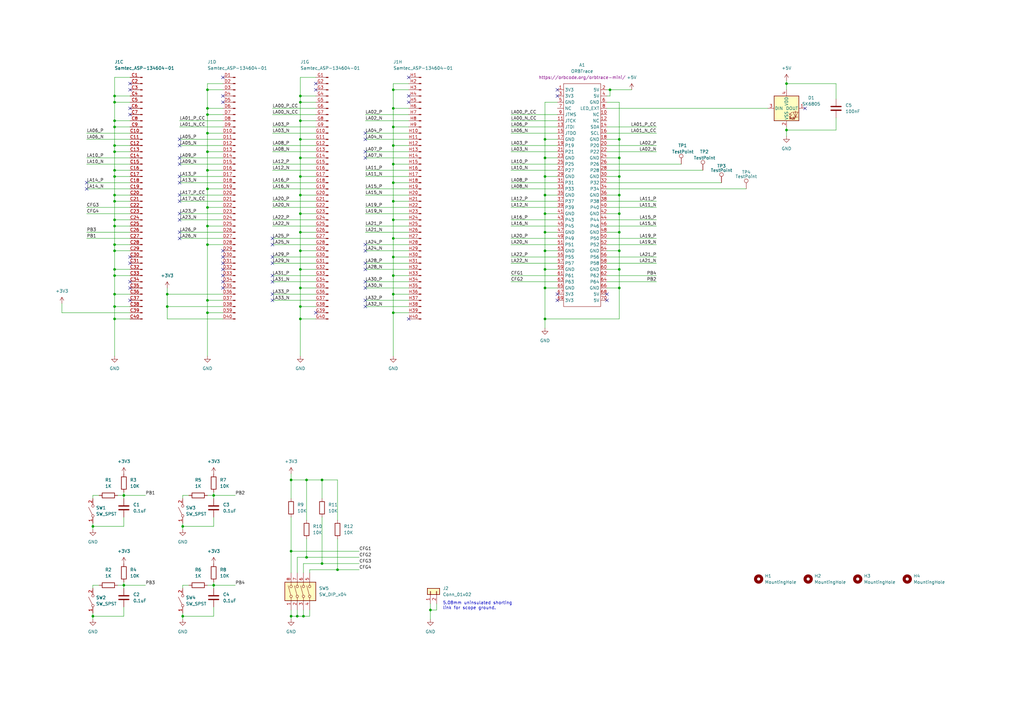
<source format=kicad_sch>
(kicad_sch (version 20211123) (generator eeschema)
  (paper "A3")
  (title_block (title "FMC LPC Template") (company "IDEX Biometrics Ltd"))
  (lib_symbols
    (symbol "Connector:Samtec_ASP-134604-01" (pin_names (offset 1.016) hide)
      (property "Reference" "J" (at 0 50.8 0))
      (property "Value" "Samtec_ASP-134604-01" (at 0 -53.34 0))
      (symbol "Samtec_ASP-134604-01_1_1"
        (pin passive line (at -5.08 48.26 0) (length 3.81) (name "Pin_1") (number "A1"))
        (pin passive line (at -5.08 25.4 0) (length 3.81) (name "Pin_10") (number "A10"))
        (pin passive line (at -5.08 22.86 0) (length 3.81) (name "Pin_11") (number "A11"))
        (pin passive line (at -5.08 20.32 0) (length 3.81) (name "Pin_12") (number "A12"))
        (pin passive line (at -5.08 17.78 0) (length 3.81) (name "Pin_13") (number "A13"))
        (pin passive line (at -5.08 15.24 0) (length 3.81) (name "Pin_14") (number "A14"))
        (pin passive line (at -5.08 12.7 0) (length 3.81) (name "Pin_15") (number "A15"))
        (pin passive line (at -5.08 10.16 0) (length 3.81) (name "Pin_16") (number "A16"))
        (pin passive line (at -5.08 7.62 0) (length 3.81) (name "Pin_17") (number "A17"))
        (pin passive line (at -5.08 5.08 0) (length 3.81) (name "Pin_18") (number "A18"))
        (pin passive line (at -5.08 2.54 0) (length 3.81) (name "Pin_19") (number "A19"))
        (pin passive line (at -5.08 45.72 0) (length 3.81) (name "Pin_2") (number "A2"))
        (pin passive line (at -5.08 0 0) (length 3.81) (name "Pin_20") (number "A20"))
        (pin passive line (at -5.08 -2.54 0) (length 3.81) (name "Pin_21") (number "A21"))
        (pin passive line (at -5.08 -5.08 0) (length 3.81) (name "Pin_22") (number "A22"))
        (pin passive line (at -5.08 -7.62 0) (length 3.81) (name "Pin_23") (number "A23"))
        (pin passive line (at -5.08 -10.16 0) (length 3.81) (name "Pin_24") (number "A24"))
        (pin passive line (at -5.08 -12.7 0) (length 3.81) (name "Pin_25") (number "A25"))
        (pin passive line (at -5.08 -15.24 0) (length 3.81) (name "Pin_26") (number "A26"))
        (pin passive line (at -5.08 -17.78 0) (length 3.81) (name "Pin_27") (number "A27"))
        (pin passive line (at -5.08 -20.32 0) (length 3.81) (name "Pin_28") (number "A28"))
        (pin passive line (at -5.08 -22.86 0) (length 3.81) (name "Pin_29") (number "A29"))
        (pin passive line (at -5.08 43.18 0) (length 3.81) (name "Pin_3") (number "A3"))
        (pin passive line (at -5.08 -25.4 0) (length 3.81) (name "Pin_30") (number "A30"))
        (pin passive line (at -5.08 -27.94 0) (length 3.81) (name "Pin_31") (number "A31"))
        (pin passive line (at -5.08 -30.48 0) (length 3.81) (name "Pin_32") (number "A32"))
        (pin passive line (at -5.08 -33.02 0) (length 3.81) (name "Pin_33") (number "A33"))
        (pin passive line (at -5.08 -35.56 0) (length 3.81) (name "Pin_34") (number "A34"))
        (pin passive line (at -5.08 -38.1 0) (length 3.81) (name "Pin_35") (number "A35"))
        (pin passive line (at -5.08 -40.64 0) (length 3.81) (name "Pin_36") (number "A36"))
        (pin passive line (at -5.08 -43.18 0) (length 3.81) (name "Pin_37") (number "A37"))
        (pin passive line (at -5.08 -45.72 0) (length 3.81) (name "Pin_38") (number "A38"))
        (pin passive line (at -5.08 -48.26 0) (length 3.81) (name "Pin_39") (number "A39"))
        (pin passive line (at -5.08 40.64 0) (length 3.81) (name "Pin_4") (number "A4"))
        (pin passive line (at -5.08 -50.8 0) (length 3.81) (name "Pin_40") (number "A40"))
        (pin passive line (at -5.08 38.1 0) (length 3.81) (name "Pin_5") (number "A5"))
        (pin passive line (at -5.08 35.56 0) (length 3.81) (name "Pin_6") (number "A6"))
        (pin passive line (at -5.08 33.02 0) (length 3.81) (name "Pin_7") (number "A7"))
        (pin passive line (at -5.08 30.48 0) (length 3.81) (name "Pin_8") (number "A8"))
        (pin passive line (at -5.08 27.94 0) (length 3.81) (name "Pin_9") (number "A9"))
      )
      (symbol "Samtec_ASP-134604-01_2_1"
        (pin passive line (at -5.08 48.26 0) (length 3.81) (name "Pin_1") (number "B1"))
        (pin passive line (at -5.08 25.4 0) (length 3.81) (name "Pin_10") (number "B10"))
        (pin passive line (at -5.08 22.86 0) (length 3.81) (name "Pin_11") (number "B11"))
        (pin passive line (at -5.08 20.32 0) (length 3.81) (name "Pin_12") (number "B12"))
        (pin passive line (at -5.08 17.78 0) (length 3.81) (name "Pin_13") (number "B13"))
        (pin passive line (at -5.08 15.24 0) (length 3.81) (name "Pin_14") (number "B14"))
        (pin passive line (at -5.08 12.7 0) (length 3.81) (name "Pin_15") (number "B15"))
        (pin passive line (at -5.08 10.16 0) (length 3.81) (name "Pin_16") (number "B16"))
        (pin passive line (at -5.08 7.62 0) (length 3.81) (name "Pin_17") (number "B17"))
        (pin passive line (at -5.08 5.08 0) (length 3.81) (name "Pin_18") (number "B18"))
        (pin passive line (at -5.08 2.54 0) (length 3.81) (name "Pin_19") (number "B19"))
        (pin passive line (at -5.08 45.72 0) (length 3.81) (name "Pin_2") (number "B2"))
        (pin passive line (at -5.08 0 0) (length 3.81) (name "Pin_20") (number "B20"))
        (pin passive line (at -5.08 -2.54 0) (length 3.81) (name "Pin_21") (number "B21"))
        (pin passive line (at -5.08 -5.08 0) (length 3.81) (name "Pin_22") (number "B22"))
        (pin passive line (at -5.08 -7.62 0) (length 3.81) (name "Pin_23") (number "B23"))
        (pin passive line (at -5.08 -10.16 0) (length 3.81) (name "Pin_24") (number "B24"))
        (pin passive line (at -5.08 -12.7 0) (length 3.81) (name "Pin_25") (number "B25"))
        (pin passive line (at -5.08 -15.24 0) (length 3.81) (name "Pin_26") (number "B26"))
        (pin passive line (at -5.08 -17.78 0) (length 3.81) (name "Pin_27") (number "B27"))
        (pin passive line (at -5.08 -20.32 0) (length 3.81) (name "Pin_28") (number "B28"))
        (pin passive line (at -5.08 -22.86 0) (length 3.81) (name "Pin_29") (number "B29"))
        (pin passive line (at -5.08 43.18 0) (length 3.81) (name "Pin_3") (number "B3"))
        (pin passive line (at -5.08 -25.4 0) (length 3.81) (name "Pin_30") (number "B30"))
        (pin passive line (at -5.08 -27.94 0) (length 3.81) (name "Pin_31") (number "B31"))
        (pin passive line (at -5.08 -30.48 0) (length 3.81) (name "Pin_32") (number "B32"))
        (pin passive line (at -5.08 -33.02 0) (length 3.81) (name "Pin_33") (number "B33"))
        (pin passive line (at -5.08 -35.56 0) (length 3.81) (name "Pin_34") (number "B34"))
        (pin passive line (at -5.08 -38.1 0) (length 3.81) (name "Pin_35") (number "B35"))
        (pin passive line (at -5.08 -40.64 0) (length 3.81) (name "Pin_36") (number "B36"))
        (pin passive line (at -5.08 -43.18 0) (length 3.81) (name "Pin_37") (number "B37"))
        (pin passive line (at -5.08 -45.72 0) (length 3.81) (name "Pin_38") (number "B38"))
        (pin passive line (at -5.08 -48.26 0) (length 3.81) (name "Pin_39") (number "B39"))
        (pin passive line (at -5.08 40.64 0) (length 3.81) (name "Pin_4") (number "B4"))
        (pin passive line (at -5.08 -50.8 0) (length 3.81) (name "Pin_40") (number "B40"))
        (pin passive line (at -5.08 38.1 0) (length 3.81) (name "Pin_5") (number "B5"))
        (pin passive line (at -5.08 35.56 0) (length 3.81) (name "Pin_6") (number "B6"))
        (pin passive line (at -5.08 33.02 0) (length 3.81) (name "Pin_7") (number "B7"))
        (pin passive line (at -5.08 30.48 0) (length 3.81) (name "Pin_8") (number "B8"))
        (pin passive line (at -5.08 27.94 0) (length 3.81) (name "Pin_9") (number "B9"))
      )
      (symbol "Samtec_ASP-134604-01_3_1"
        (pin passive line (at -5.08 48.26 0) (length 3.81) (name "Pin_1") (number "C1"))
        (pin passive line (at -5.08 25.4 0) (length 3.81) (name "Pin_10") (number "C10"))
        (pin passive line (at -5.08 22.86 0) (length 3.81) (name "Pin_11") (number "C11"))
        (pin passive line (at -5.08 20.32 0) (length 3.81) (name "Pin_12") (number "C12"))
        (pin passive line (at -5.08 17.78 0) (length 3.81) (name "Pin_13") (number "C13"))
        (pin passive line (at -5.08 15.24 0) (length 3.81) (name "Pin_14") (number "C14"))
        (pin passive line (at -5.08 12.7 0) (length 3.81) (name "Pin_15") (number "C15"))
        (pin passive line (at -5.08 10.16 0) (length 3.81) (name "Pin_16") (number "C16"))
        (pin passive line (at -5.08 7.62 0) (length 3.81) (name "Pin_17") (number "C17"))
        (pin passive line (at -5.08 5.08 0) (length 3.81) (name "Pin_18") (number "C18"))
        (pin passive line (at -5.08 2.54 0) (length 3.81) (name "Pin_19") (number "C19"))
        (pin passive line (at -5.08 45.72 0) (length 3.81) (name "Pin_2") (number "C2"))
        (pin passive line (at -5.08 0 0) (length 3.81) (name "Pin_20") (number "C20"))
        (pin passive line (at -5.08 -2.54 0) (length 3.81) (name "Pin_21") (number "C21"))
        (pin passive line (at -5.08 -5.08 0) (length 3.81) (name "Pin_22") (number "C22"))
        (pin passive line (at -5.08 -7.62 0) (length 3.81) (name "Pin_23") (number "C23"))
        (pin passive line (at -5.08 -10.16 0) (length 3.81) (name "Pin_24") (number "C24"))
        (pin passive line (at -5.08 -12.7 0) (length 3.81) (name "Pin_25") (number "C25"))
        (pin passive line (at -5.08 -15.24 0) (length 3.81) (name "Pin_26") (number "C26"))
        (pin passive line (at -5.08 -17.78 0) (length 3.81) (name "Pin_27") (number "C27"))
        (pin passive line (at -5.08 -20.32 0) (length 3.81) (name "Pin_28") (number "C28"))
        (pin passive line (at -5.08 -22.86 0) (length 3.81) (name "Pin_29") (number "C29"))
        (pin passive line (at -5.08 43.18 0) (length 3.81) (name "Pin_3") (number "C3"))
        (pin passive line (at -5.08 -25.4 0) (length 3.81) (name "Pin_30") (number "C30"))
        (pin passive line (at -5.08 -27.94 0) (length 3.81) (name "Pin_31") (number "C31"))
        (pin passive line (at -5.08 -30.48 0) (length 3.81) (name "Pin_32") (number "C32"))
        (pin passive line (at -5.08 -33.02 0) (length 3.81) (name "Pin_33") (number "C33"))
        (pin passive line (at -5.08 -35.56 0) (length 3.81) (name "Pin_34") (number "C34"))
        (pin passive line (at -5.08 -38.1 0) (length 3.81) (name "Pin_35") (number "C35"))
        (pin passive line (at -5.08 -40.64 0) (length 3.81) (name "Pin_36") (number "C36"))
        (pin passive line (at -5.08 -43.18 0) (length 3.81) (name "Pin_37") (number "C37"))
        (pin passive line (at -5.08 -45.72 0) (length 3.81) (name "Pin_38") (number "C38"))
        (pin passive line (at -5.08 -48.26 0) (length 3.81) (name "Pin_39") (number "C39"))
        (pin passive line (at -5.08 40.64 0) (length 3.81) (name "Pin_4") (number "C4"))
        (pin passive line (at -5.08 -50.8 0) (length 3.81) (name "Pin_40") (number "C40"))
        (pin passive line (at -5.08 38.1 0) (length 3.81) (name "Pin_5") (number "C5"))
        (pin passive line (at -5.08 35.56 0) (length 3.81) (name "Pin_6") (number "C6"))
        (pin passive line (at -5.08 33.02 0) (length 3.81) (name "Pin_7") (number "C7"))
        (pin passive line (at -5.08 30.48 0) (length 3.81) (name "Pin_8") (number "C8"))
        (pin passive line (at -5.08 27.94 0) (length 3.81) (name "Pin_9") (number "C9"))
      )
      (symbol "Samtec_ASP-134604-01_4_1"
        (pin passive line (at -5.08 48.26 0) (length 3.81) (name "Pin_1") (number "D1"))
        (pin passive line (at -5.08 25.4 0) (length 3.81) (name "Pin_10") (number "D10"))
        (pin passive line (at -5.08 22.86 0) (length 3.81) (name "Pin_11") (number "D11"))
        (pin passive line (at -5.08 20.32 0) (length 3.81) (name "Pin_12") (number "D12"))
        (pin passive line (at -5.08 17.78 0) (length 3.81) (name "Pin_13") (number "D13"))
        (pin passive line (at -5.08 15.24 0) (length 3.81) (name "Pin_14") (number "D14"))
        (pin passive line (at -5.08 12.7 0) (length 3.81) (name "Pin_15") (number "D15"))
        (pin passive line (at -5.08 10.16 0) (length 3.81) (name "Pin_16") (number "D16"))
        (pin passive line (at -5.08 7.62 0) (length 3.81) (name "Pin_17") (number "D17"))
        (pin passive line (at -5.08 5.08 0) (length 3.81) (name "Pin_18") (number "D18"))
        (pin passive line (at -5.08 2.54 0) (length 3.81) (name "Pin_19") (number "D19"))
        (pin passive line (at -5.08 45.72 0) (length 3.81) (name "Pin_2") (number "D2"))
        (pin passive line (at -5.08 0 0) (length 3.81) (name "Pin_20") (number "D20"))
        (pin passive line (at -5.08 -2.54 0) (length 3.81) (name "Pin_21") (number "D21"))
        (pin passive line (at -5.08 -5.08 0) (length 3.81) (name "Pin_22") (number "D22"))
        (pin passive line (at -5.08 -7.62 0) (length 3.81) (name "Pin_23") (number "D23"))
        (pin passive line (at -5.08 -10.16 0) (length 3.81) (name "Pin_24") (number "D24"))
        (pin passive line (at -5.08 -12.7 0) (length 3.81) (name "Pin_25") (number "D25"))
        (pin passive line (at -5.08 -15.24 0) (length 3.81) (name "Pin_26") (number "D26"))
        (pin passive line (at -5.08 -17.78 0) (length 3.81) (name "Pin_27") (number "D27"))
        (pin passive line (at -5.08 -20.32 0) (length 3.81) (name "Pin_28") (number "D28"))
        (pin passive line (at -5.08 -22.86 0) (length 3.81) (name "Pin_29") (number "D29"))
        (pin passive line (at -5.08 43.18 0) (length 3.81) (name "Pin_3") (number "D3"))
        (pin passive line (at -5.08 -25.4 0) (length 3.81) (name "Pin_30") (number "D30"))
        (pin passive line (at -5.08 -27.94 0) (length 3.81) (name "Pin_31") (number "D31"))
        (pin passive line (at -5.08 -30.48 0) (length 3.81) (name "Pin_32") (number "D32"))
        (pin passive line (at -5.08 -33.02 0) (length 3.81) (name "Pin_33") (number "D33"))
        (pin passive line (at -5.08 -35.56 0) (length 3.81) (name "Pin_34") (number "D34"))
        (pin passive line (at -5.08 -38.1 0) (length 3.81) (name "Pin_35") (number "D35"))
        (pin passive line (at -5.08 -40.64 0) (length 3.81) (name "Pin_36") (number "D36"))
        (pin passive line (at -5.08 -43.18 0) (length 3.81) (name "Pin_37") (number "D37"))
        (pin passive line (at -5.08 -45.72 0) (length 3.81) (name "Pin_38") (number "D38"))
        (pin passive line (at -5.08 -48.26 0) (length 3.81) (name "Pin_39") (number "D39"))
        (pin passive line (at -5.08 40.64 0) (length 3.81) (name "Pin_4") (number "D4"))
        (pin passive line (at -5.08 -50.8 0) (length 3.81) (name "Pin_40") (number "D40"))
        (pin passive line (at -5.08 38.1 0) (length 3.81) (name "Pin_5") (number "D5"))
        (pin passive line (at -5.08 35.56 0) (length 3.81) (name "Pin_6") (number "D6"))
        (pin passive line (at -5.08 33.02 0) (length 3.81) (name "Pin_7") (number "D7"))
        (pin passive line (at -5.08 30.48 0) (length 3.81) (name "Pin_8") (number "D8"))
        (pin passive line (at -5.08 27.94 0) (length 3.81) (name "Pin_9") (number "D9"))
      )
      (symbol "Samtec_ASP-134604-01_5_1"
        (pin passive line (at -5.08 48.26 0) (length 3.81) (name "Pin_1") (number "E1"))
        (pin passive line (at -5.08 25.4 0) (length 3.81) (name "Pin_10") (number "E10"))
        (pin passive line (at -5.08 22.86 0) (length 3.81) (name "Pin_11") (number "E11"))
        (pin passive line (at -5.08 20.32 0) (length 3.81) (name "Pin_12") (number "E12"))
        (pin passive line (at -5.08 17.78 0) (length 3.81) (name "Pin_13") (number "E13"))
        (pin passive line (at -5.08 15.24 0) (length 3.81) (name "Pin_14") (number "E14"))
        (pin passive line (at -5.08 12.7 0) (length 3.81) (name "Pin_15") (number "E15"))
        (pin passive line (at -5.08 10.16 0) (length 3.81) (name "Pin_16") (number "E16"))
        (pin passive line (at -5.08 7.62 0) (length 3.81) (name "Pin_17") (number "E17"))
        (pin passive line (at -5.08 5.08 0) (length 3.81) (name "Pin_18") (number "E18"))
        (pin passive line (at -5.08 2.54 0) (length 3.81) (name "Pin_19") (number "E19"))
        (pin passive line (at -5.08 45.72 0) (length 3.81) (name "Pin_2") (number "E2"))
        (pin passive line (at -5.08 0 0) (length 3.81) (name "Pin_20") (number "E20"))
        (pin passive line (at -5.08 -2.54 0) (length 3.81) (name "Pin_21") (number "E21"))
        (pin passive line (at -5.08 -5.08 0) (length 3.81) (name "Pin_22") (number "E22"))
        (pin passive line (at -5.08 -7.62 0) (length 3.81) (name "Pin_23") (number "E23"))
        (pin passive line (at -5.08 -10.16 0) (length 3.81) (name "Pin_24") (number "E24"))
        (pin passive line (at -5.08 -12.7 0) (length 3.81) (name "Pin_25") (number "E25"))
        (pin passive line (at -5.08 -15.24 0) (length 3.81) (name "Pin_26") (number "E26"))
        (pin passive line (at -5.08 -17.78 0) (length 3.81) (name "Pin_27") (number "E27"))
        (pin passive line (at -5.08 -20.32 0) (length 3.81) (name "Pin_28") (number "E28"))
        (pin passive line (at -5.08 -22.86 0) (length 3.81) (name "Pin_29") (number "E29"))
        (pin passive line (at -5.08 43.18 0) (length 3.81) (name "Pin_3") (number "E3"))
        (pin passive line (at -5.08 -25.4 0) (length 3.81) (name "Pin_30") (number "E30"))
        (pin passive line (at -5.08 -27.94 0) (length 3.81) (name "Pin_31") (number "E31"))
        (pin passive line (at -5.08 -30.48 0) (length 3.81) (name "Pin_32") (number "E32"))
        (pin passive line (at -5.08 -33.02 0) (length 3.81) (name "Pin_33") (number "E33"))
        (pin passive line (at -5.08 -35.56 0) (length 3.81) (name "Pin_34") (number "E34"))
        (pin passive line (at -5.08 -38.1 0) (length 3.81) (name "Pin_35") (number "E35"))
        (pin passive line (at -5.08 -40.64 0) (length 3.81) (name "Pin_36") (number "E36"))
        (pin passive line (at -5.08 -43.18 0) (length 3.81) (name "Pin_37") (number "E37"))
        (pin passive line (at -5.08 -45.72 0) (length 3.81) (name "Pin_38") (number "E38"))
        (pin passive line (at -5.08 -48.26 0) (length 3.81) (name "Pin_39") (number "E39"))
        (pin passive line (at -5.08 40.64 0) (length 3.81) (name "Pin_4") (number "E4"))
        (pin passive line (at -5.08 -50.8 0) (length 3.81) (name "Pin_40") (number "E40"))
        (pin passive line (at -5.08 38.1 0) (length 3.81) (name "Pin_5") (number "E5"))
        (pin passive line (at -5.08 35.56 0) (length 3.81) (name "Pin_6") (number "E6"))
        (pin passive line (at -5.08 33.02 0) (length 3.81) (name "Pin_7") (number "E7"))
        (pin passive line (at -5.08 30.48 0) (length 3.81) (name "Pin_8") (number "E8"))
        (pin passive line (at -5.08 27.94 0) (length 3.81) (name "Pin_9") (number "E9"))
      )
      (symbol "Samtec_ASP-134604-01_6_1"
        (pin passive line (at -5.08 48.26 0) (length 3.81) (name "Pin_1") (number "F1"))
        (pin passive line (at -5.08 25.4 0) (length 3.81) (name "Pin_10") (number "F10"))
        (pin passive line (at -5.08 22.86 0) (length 3.81) (name "Pin_11") (number "F11"))
        (pin passive line (at -5.08 20.32 0) (length 3.81) (name "Pin_12") (number "F12"))
        (pin passive line (at -5.08 17.78 0) (length 3.81) (name "Pin_13") (number "F13"))
        (pin passive line (at -5.08 15.24 0) (length 3.81) (name "Pin_14") (number "F14"))
        (pin passive line (at -5.08 12.7 0) (length 3.81) (name "Pin_15") (number "F15"))
        (pin passive line (at -5.08 10.16 0) (length 3.81) (name "Pin_16") (number "F16"))
        (pin passive line (at -5.08 7.62 0) (length 3.81) (name "Pin_17") (number "F17"))
        (pin passive line (at -5.08 5.08 0) (length 3.81) (name "Pin_18") (number "F18"))
        (pin passive line (at -5.08 2.54 0) (length 3.81) (name "Pin_19") (number "F19"))
        (pin passive line (at -5.08 45.72 0) (length 3.81) (name "Pin_2") (number "F2"))
        (pin passive line (at -5.08 0 0) (length 3.81) (name "Pin_20") (number "F20"))
        (pin passive line (at -5.08 -2.54 0) (length 3.81) (name "Pin_21") (number "F21"))
        (pin passive line (at -5.08 -5.08 0) (length 3.81) (name "Pin_22") (number "F22"))
        (pin passive line (at -5.08 -7.62 0) (length 3.81) (name "Pin_23") (number "F23"))
        (pin passive line (at -5.08 -10.16 0) (length 3.81) (name "Pin_24") (number "F24"))
        (pin passive line (at -5.08 -12.7 0) (length 3.81) (name "Pin_25") (number "F25"))
        (pin passive line (at -5.08 -15.24 0) (length 3.81) (name "Pin_26") (number "F26"))
        (pin passive line (at -5.08 -17.78 0) (length 3.81) (name "Pin_27") (number "F27"))
        (pin passive line (at -5.08 -20.32 0) (length 3.81) (name "Pin_28") (number "F28"))
        (pin passive line (at -5.08 -22.86 0) (length 3.81) (name "Pin_29") (number "F29"))
        (pin passive line (at -5.08 43.18 0) (length 3.81) (name "Pin_3") (number "F3"))
        (pin passive line (at -5.08 -25.4 0) (length 3.81) (name "Pin_30") (number "F30"))
        (pin passive line (at -5.08 -27.94 0) (length 3.81) (name "Pin_31") (number "F31"))
        (pin passive line (at -5.08 -30.48 0) (length 3.81) (name "Pin_32") (number "F32"))
        (pin passive line (at -5.08 -33.02 0) (length 3.81) (name "Pin_33") (number "F33"))
        (pin passive line (at -5.08 -35.56 0) (length 3.81) (name "Pin_34") (number "F34"))
        (pin passive line (at -5.08 -38.1 0) (length 3.81) (name "Pin_35") (number "F35"))
        (pin passive line (at -5.08 -40.64 0) (length 3.81) (name "Pin_36") (number "F36"))
        (pin passive line (at -5.08 -43.18 0) (length 3.81) (name "Pin_37") (number "F37"))
        (pin passive line (at -5.08 -45.72 0) (length 3.81) (name "Pin_38") (number "F38"))
        (pin passive line (at -5.08 -48.26 0) (length 3.81) (name "Pin_39") (number "F39"))
        (pin passive line (at -5.08 40.64 0) (length 3.81) (name "Pin_4") (number "F4"))
        (pin passive line (at -5.08 -50.8 0) (length 3.81) (name "Pin_40") (number "F40"))
        (pin passive line (at -5.08 38.1 0) (length 3.81) (name "Pin_5") (number "F5"))
        (pin passive line (at -5.08 35.56 0) (length 3.81) (name "Pin_6") (number "F6"))
        (pin passive line (at -5.08 33.02 0) (length 3.81) (name "Pin_7") (number "F7"))
        (pin passive line (at -5.08 30.48 0) (length 3.81) (name "Pin_8") (number "F8"))
        (pin passive line (at -5.08 27.94 0) (length 3.81) (name "Pin_9") (number "F9"))
      )
      (symbol "Samtec_ASP-134604-01_7_1"
        (pin passive line (at -5.08 48.26 0) (length 3.81) (name "Pin_1") (number "G1"))
        (pin passive line (at -5.08 25.4 0) (length 3.81) (name "Pin_10") (number "G10"))
        (pin passive line (at -5.08 22.86 0) (length 3.81) (name "Pin_11") (number "G11"))
        (pin passive line (at -5.08 20.32 0) (length 3.81) (name "Pin_12") (number "G12"))
        (pin passive line (at -5.08 17.78 0) (length 3.81) (name "Pin_13") (number "G13"))
        (pin passive line (at -5.08 15.24 0) (length 3.81) (name "Pin_14") (number "G14"))
        (pin passive line (at -5.08 12.7 0) (length 3.81) (name "Pin_15") (number "G15"))
        (pin passive line (at -5.08 10.16 0) (length 3.81) (name "Pin_16") (number "G16"))
        (pin passive line (at -5.08 7.62 0) (length 3.81) (name "Pin_17") (number "G17"))
        (pin passive line (at -5.08 5.08 0) (length 3.81) (name "Pin_18") (number "G18"))
        (pin passive line (at -5.08 2.54 0) (length 3.81) (name "Pin_19") (number "G19"))
        (pin passive line (at -5.08 45.72 0) (length 3.81) (name "Pin_2") (number "G2"))
        (pin passive line (at -5.08 0 0) (length 3.81) (name "Pin_20") (number "G20"))
        (pin passive line (at -5.08 -2.54 0) (length 3.81) (name "Pin_21") (number "G21"))
        (pin passive line (at -5.08 -5.08 0) (length 3.81) (name "Pin_22") (number "G22"))
        (pin passive line (at -5.08 -7.62 0) (length 3.81) (name "Pin_23") (number "G23"))
        (pin passive line (at -5.08 -10.16 0) (length 3.81) (name "Pin_24") (number "G24"))
        (pin passive line (at -5.08 -12.7 0) (length 3.81) (name "Pin_25") (number "G25"))
        (pin passive line (at -5.08 -15.24 0) (length 3.81) (name "Pin_26") (number "G26"))
        (pin passive line (at -5.08 -17.78 0) (length 3.81) (name "Pin_27") (number "G27"))
        (pin passive line (at -5.08 -20.32 0) (length 3.81) (name "Pin_28") (number "G28"))
        (pin passive line (at -5.08 -22.86 0) (length 3.81) (name "Pin_29") (number "G29"))
        (pin passive line (at -5.08 43.18 0) (length 3.81) (name "Pin_3") (number "G3"))
        (pin passive line (at -5.08 -25.4 0) (length 3.81) (name "Pin_30") (number "G30"))
        (pin passive line (at -5.08 -27.94 0) (length 3.81) (name "Pin_31") (number "G31"))
        (pin passive line (at -5.08 -30.48 0) (length 3.81) (name "Pin_32") (number "G32"))
        (pin passive line (at -5.08 -33.02 0) (length 3.81) (name "Pin_33") (number "G33"))
        (pin passive line (at -5.08 -35.56 0) (length 3.81) (name "Pin_34") (number "G34"))
        (pin passive line (at -5.08 -38.1 0) (length 3.81) (name "Pin_35") (number "G35"))
        (pin passive line (at -5.08 -40.64 0) (length 3.81) (name "Pin_36") (number "G36"))
        (pin passive line (at -5.08 -43.18 0) (length 3.81) (name "Pin_37") (number "G37"))
        (pin passive line (at -5.08 -45.72 0) (length 3.81) (name "Pin_38") (number "G38"))
        (pin passive line (at -5.08 -48.26 0) (length 3.81) (name "Pin_39") (number "G39"))
        (pin passive line (at -5.08 40.64 0) (length 3.81) (name "Pin_4") (number "G4"))
        (pin passive line (at -5.08 -50.8 0) (length 3.81) (name "Pin_40") (number "G40"))
        (pin passive line (at -5.08 38.1 0) (length 3.81) (name "Pin_5") (number "G5"))
        (pin passive line (at -5.08 35.56 0) (length 3.81) (name "Pin_6") (number "G6"))
        (pin passive line (at -5.08 33.02 0) (length 3.81) (name "Pin_7") (number "G7"))
        (pin passive line (at -5.08 30.48 0) (length 3.81) (name "Pin_8") (number "G8"))
        (pin passive line (at -5.08 27.94 0) (length 3.81) (name "Pin_9") (number "G9"))
      )
      (symbol "Samtec_ASP-134604-01_8_1"
        (pin passive line (at -5.08 48.26 0) (length 3.81) (name "Pin_1") (number "H1"))
        (pin passive line (at -5.08 25.4 0) (length 3.81) (name "Pin_10") (number "H10"))
        (pin passive line (at -5.08 22.86 0) (length 3.81) (name "Pin_11") (number "H11"))
        (pin passive line (at -5.08 20.32 0) (length 3.81) (name "Pin_12") (number "H12"))
        (pin passive line (at -5.08 17.78 0) (length 3.81) (name "Pin_13") (number "H13"))
        (pin passive line (at -5.08 15.24 0) (length 3.81) (name "Pin_14") (number "H14"))
        (pin passive line (at -5.08 12.7 0) (length 3.81) (name "Pin_15") (number "H15"))
        (pin passive line (at -5.08 10.16 0) (length 3.81) (name "Pin_16") (number "H16"))
        (pin passive line (at -5.08 7.62 0) (length 3.81) (name "Pin_17") (number "H17"))
        (pin passive line (at -5.08 5.08 0) (length 3.81) (name "Pin_18") (number "H18"))
        (pin passive line (at -5.08 2.54 0) (length 3.81) (name "Pin_19") (number "H19"))
        (pin passive line (at -5.08 45.72 0) (length 3.81) (name "Pin_2") (number "H2"))
        (pin passive line (at -5.08 0 0) (length 3.81) (name "Pin_20") (number "H20"))
        (pin passive line (at -5.08 -2.54 0) (length 3.81) (name "Pin_21") (number "H21"))
        (pin passive line (at -5.08 -5.08 0) (length 3.81) (name "Pin_22") (number "H22"))
        (pin passive line (at -5.08 -7.62 0) (length 3.81) (name "Pin_23") (number "H23"))
        (pin passive line (at -5.08 -10.16 0) (length 3.81) (name "Pin_24") (number "H24"))
        (pin passive line (at -5.08 -12.7 0) (length 3.81) (name "Pin_25") (number "H25"))
        (pin passive line (at -5.08 -15.24 0) (length 3.81) (name "Pin_26") (number "H26"))
        (pin passive line (at -5.08 -17.78 0) (length 3.81) (name "Pin_27") (number "H27"))
        (pin passive line (at -5.08 -20.32 0) (length 3.81) (name "Pin_28") (number "H28"))
        (pin passive line (at -5.08 -22.86 0) (length 3.81) (name "Pin_29") (number "H29"))
        (pin passive line (at -5.08 43.18 0) (length 3.81) (name "Pin_3") (number "H3"))
        (pin passive line (at -5.08 -25.4 0) (length 3.81) (name "Pin_30") (number "H30"))
        (pin passive line (at -5.08 -27.94 0) (length 3.81) (name "Pin_31") (number "H31"))
        (pin passive line (at -5.08 -30.48 0) (length 3.81) (name "Pin_32") (number "H32"))
        (pin passive line (at -5.08 -33.02 0) (length 3.81) (name "Pin_33") (number "H33"))
        (pin passive line (at -5.08 -35.56 0) (length 3.81) (name "Pin_34") (number "H34"))
        (pin passive line (at -5.08 -38.1 0) (length 3.81) (name "Pin_35") (number "H35"))
        (pin passive line (at -5.08 -40.64 0) (length 3.81) (name "Pin_36") (number "H36"))
        (pin passive line (at -5.08 -43.18 0) (length 3.81) (name "Pin_37") (number "H37"))
        (pin passive line (at -5.08 -45.72 0) (length 3.81) (name "Pin_38") (number "H38"))
        (pin passive line (at -5.08 -48.26 0) (length 3.81) (name "Pin_39") (number "H39"))
        (pin passive line (at -5.08 40.64 0) (length 3.81) (name "Pin_4") (number "H4"))
        (pin passive line (at -5.08 -50.8 0) (length 3.81) (name "Pin_40") (number "H40"))
        (pin passive line (at -5.08 38.1 0) (length 3.81) (name "Pin_5") (number "H5"))
        (pin passive line (at -5.08 35.56 0) (length 3.81) (name "Pin_6") (number "H6"))
        (pin passive line (at -5.08 33.02 0) (length 3.81) (name "Pin_7") (number "H7"))
        (pin passive line (at -5.08 30.48 0) (length 3.81) (name "Pin_8") (number "H8"))
        (pin passive line (at -5.08 27.94 0) (length 3.81) (name "Pin_9") (number "H9"))
      )
      (symbol "Samtec_ASP-134604-01_9_1"
        (pin passive line (at -5.08 48.26 0) (length 3.81) (name "Pin_1") (number "J1"))
        (pin passive line (at -5.08 25.4 0) (length 3.81) (name "Pin_10") (number "J10"))
        (pin passive line (at -5.08 22.86 0) (length 3.81) (name "Pin_11") (number "J11"))
        (pin passive line (at -5.08 20.32 0) (length 3.81) (name "Pin_12") (number "J12"))
        (pin passive line (at -5.08 17.78 0) (length 3.81) (name "Pin_13") (number "J13"))
        (pin passive line (at -5.08 15.24 0) (length 3.81) (name "Pin_14") (number "J14"))
        (pin passive line (at -5.08 12.7 0) (length 3.81) (name "Pin_15") (number "J15"))
        (pin passive line (at -5.08 10.16 0) (length 3.81) (name "Pin_16") (number "J16"))
        (pin passive line (at -5.08 7.62 0) (length 3.81) (name "Pin_17") (number "J17"))
        (pin passive line (at -5.08 5.08 0) (length 3.81) (name "Pin_18") (number "J18"))
        (pin passive line (at -5.08 2.54 0) (length 3.81) (name "Pin_19") (number "J19"))
        (pin passive line (at -5.08 45.72 0) (length 3.81) (name "Pin_2") (number "J2"))
        (pin passive line (at -5.08 0 0) (length 3.81) (name "Pin_20") (number "J20"))
        (pin passive line (at -5.08 -2.54 0) (length 3.81) (name "Pin_21") (number "J21"))
        (pin passive line (at -5.08 -5.08 0) (length 3.81) (name "Pin_22") (number "J22"))
        (pin passive line (at -5.08 -7.62 0) (length 3.81) (name "Pin_23") (number "J23"))
        (pin passive line (at -5.08 -10.16 0) (length 3.81) (name "Pin_24") (number "J24"))
        (pin passive line (at -5.08 -12.7 0) (length 3.81) (name "Pin_25") (number "J25"))
        (pin passive line (at -5.08 -15.24 0) (length 3.81) (name "Pin_26") (number "J26"))
        (pin passive line (at -5.08 -17.78 0) (length 3.81) (name "Pin_27") (number "J27"))
        (pin passive line (at -5.08 -20.32 0) (length 3.81) (name "Pin_28") (number "J28"))
        (pin passive line (at -5.08 -22.86 0) (length 3.81) (name "Pin_29") (number "J29"))
        (pin passive line (at -5.08 43.18 0) (length 3.81) (name "Pin_3") (number "J3"))
        (pin passive line (at -5.08 -25.4 0) (length 3.81) (name "Pin_30") (number "J30"))
        (pin passive line (at -5.08 -27.94 0) (length 3.81) (name "Pin_31") (number "J31"))
        (pin passive line (at -5.08 -30.48 0) (length 3.81) (name "Pin_32") (number "J32"))
        (pin passive line (at -5.08 -33.02 0) (length 3.81) (name "Pin_33") (number "J33"))
        (pin passive line (at -5.08 -35.56 0) (length 3.81) (name "Pin_34") (number "J34"))
        (pin passive line (at -5.08 -38.1 0) (length 3.81) (name "Pin_35") (number "J35"))
        (pin passive line (at -5.08 -40.64 0) (length 3.81) (name "Pin_36") (number "J36"))
        (pin passive line (at -5.08 -43.18 0) (length 3.81) (name "Pin_37") (number "J37"))
        (pin passive line (at -5.08 -45.72 0) (length 3.81) (name "Pin_38") (number "J38"))
        (pin passive line (at -5.08 -48.26 0) (length 3.81) (name "Pin_39") (number "J39"))
        (pin passive line (at -5.08 40.64 0) (length 3.81) (name "Pin_4") (number "J4"))
        (pin passive line (at -5.08 -50.8 0) (length 3.81) (name "Pin_40") (number "J40"))
        (pin passive line (at -5.08 38.1 0) (length 3.81) (name "Pin_5") (number "J5"))
        (pin passive line (at -5.08 35.56 0) (length 3.81) (name "Pin_6") (number "J6"))
        (pin passive line (at -5.08 33.02 0) (length 3.81) (name "Pin_7") (number "J7"))
        (pin passive line (at -5.08 30.48 0) (length 3.81) (name "Pin_8") (number "J8"))
        (pin passive line (at -5.08 27.94 0) (length 3.81) (name "Pin_9") (number "J9"))
      )
      (symbol "Samtec_ASP-134604-01_10_1"
        (pin passive line (at -5.08 48.26 0) (length 3.81) (name "Pin_1") (number "K1"))
        (pin passive line (at -5.08 25.4 0) (length 3.81) (name "Pin_10") (number "K10"))
        (pin passive line (at -5.08 22.86 0) (length 3.81) (name "Pin_11") (number "K11"))
        (pin passive line (at -5.08 20.32 0) (length 3.81) (name "Pin_12") (number "K12"))
        (pin passive line (at -5.08 17.78 0) (length 3.81) (name "Pin_13") (number "K13"))
        (pin passive line (at -5.08 15.24 0) (length 3.81) (name "Pin_14") (number "K14"))
        (pin passive line (at -5.08 12.7 0) (length 3.81) (name "Pin_15") (number "K15"))
        (pin passive line (at -5.08 10.16 0) (length 3.81) (name "Pin_16") (number "K16"))
        (pin passive line (at -5.08 7.62 0) (length 3.81) (name "Pin_17") (number "K17"))
        (pin passive line (at -5.08 5.08 0) (length 3.81) (name "Pin_18") (number "K18"))
        (pin passive line (at -5.08 2.54 0) (length 3.81) (name "Pin_19") (number "K19"))
        (pin passive line (at -5.08 45.72 0) (length 3.81) (name "Pin_2") (number "K2"))
        (pin passive line (at -5.08 0 0) (length 3.81) (name "Pin_20") (number "K20"))
        (pin passive line (at -5.08 -2.54 0) (length 3.81) (name "Pin_21") (number "K21"))
        (pin passive line (at -5.08 -5.08 0) (length 3.81) (name "Pin_22") (number "K22"))
        (pin passive line (at -5.08 -7.62 0) (length 3.81) (name "Pin_23") (number "K23"))
        (pin passive line (at -5.08 -10.16 0) (length 3.81) (name "Pin_24") (number "K24"))
        (pin passive line (at -5.08 -12.7 0) (length 3.81) (name "Pin_25") (number "K25"))
        (pin passive line (at -5.08 -15.24 0) (length 3.81) (name "Pin_26") (number "K26"))
        (pin passive line (at -5.08 -17.78 0) (length 3.81) (name "Pin_27") (number "K27"))
        (pin passive line (at -5.08 -20.32 0) (length 3.81) (name "Pin_28") (number "K28"))
        (pin passive line (at -5.08 -22.86 0) (length 3.81) (name "Pin_29") (number "K29"))
        (pin passive line (at -5.08 43.18 0) (length 3.81) (name "Pin_3") (number "K3"))
        (pin passive line (at -5.08 -25.4 0) (length 3.81) (name "Pin_30") (number "K30"))
        (pin passive line (at -5.08 -27.94 0) (length 3.81) (name "Pin_31") (number "K31"))
        (pin passive line (at -5.08 -30.48 0) (length 3.81) (name "Pin_32") (number "K32"))
        (pin passive line (at -5.08 -33.02 0) (length 3.81) (name "Pin_33") (number "K33"))
        (pin passive line (at -5.08 -35.56 0) (length 3.81) (name "Pin_34") (number "K34"))
        (pin passive line (at -5.08 -38.1 0) (length 3.81) (name "Pin_35") (number "K35"))
        (pin passive line (at -5.08 -40.64 0) (length 3.81) (name "Pin_36") (number "K36"))
        (pin passive line (at -5.08 -43.18 0) (length 3.81) (name "Pin_37") (number "K37"))
        (pin passive line (at -5.08 -45.72 0) (length 3.81) (name "Pin_38") (number "K38"))
        (pin passive line (at -5.08 -48.26 0) (length 3.81) (name "Pin_39") (number "K39"))
        (pin passive line (at -5.08 40.64 0) (length 3.81) (name "Pin_4") (number "K4"))
        (pin passive line (at -5.08 -50.8 0) (length 3.81) (name "Pin_40") (number "K40"))
        (pin passive line (at -5.08 38.1 0) (length 3.81) (name "Pin_5") (number "K5"))
        (pin passive line (at -5.08 35.56 0) (length 3.81) (name "Pin_6") (number "K6"))
        (pin passive line (at -5.08 33.02 0) (length 3.81) (name "Pin_7") (number "K7"))
        (pin passive line (at -5.08 30.48 0) (length 3.81) (name "Pin_8") (number "K8"))
        (pin passive line (at -5.08 27.94 0) (length 3.81) (name "Pin_9") (number "K9"))
      )
    )
    (symbol "Connector:TestPoint" (pin_numbers hide) (pin_names (offset 0.762) hide)
      (property "Reference" "TP" (at 0 6.858 0))
      (property "Value" "TestPoint" (at 0 5.08 0))
      (symbol "TestPoint_1_1"
        (pin passive line (at 0 0 90) (length 2.54) (name "1") (number "1"))
      )
    )
    (symbol "Connector_Generic:Conn_01x02" (pin_names (offset 1.016) hide)
      (property "Reference" "J" (at 0 2.54 0))
      (property "Value" "Conn_01x02" (at 0 -5.08 0))
      (symbol "Conn_01x02_1_1"
        (pin passive line (at -5.08 0 0) (length 3.81) (name "Pin_1") (number "1"))
        (pin passive line (at -5.08 -2.54 0) (length 3.81) (name "Pin_2") (number "2"))
      )
    )
    (symbol "Device:C" (pin_numbers hide) (pin_names (offset 0.254))
      (property "Reference" "C" (at 0.635 2.54 0))
      (property "Value" "C" (at 0.635 -2.54 0))
      (symbol "C_1_1"
        (pin passive line (at 0 3.81 270) (length 2.794) (name "~") (number "1"))
        (pin passive line (at 0 -3.81 90) (length 2.794) (name "~") (number "2"))
      )
    )
    (symbol "Device:R" (pin_numbers hide) (pin_names (offset 0))
      (property "Reference" "R" (at 2.032 0 90))
      (property "Value" "R" (at 0 0 90))
      (symbol "R_1_1"
        (pin passive line (at 0 3.81 270) (length 1.27) (name "~") (number "1"))
        (pin passive line (at 0 -3.81 90) (length 1.27) (name "~") (number "2"))
      )
    )
    (symbol "LED:SK6805" (pin_names (offset 0.254))
      (property "Reference" "D" (at 5.08 5.715 0))
      (property "Value" "SK6805" (at 1.27 -5.715 0))
      (symbol "SK6805_0_0"
        (text "RGB" (at 2.286 -4.191 0) (effects (font (size 0.762 0.762))))
      )
      (symbol "SK6805_1_1"
        (pin output line (at 7.62 0 180) (length 2.54) (name "DOUT") (number "1"))
        (pin power_in line (at 0 -7.62 90) (length 2.54) (name "VSS") (number "2"))
        (pin input line (at -7.62 0 0) (length 2.54) (name "DIN") (number "3"))
        (pin power_in line (at 0 7.62 270) (length 2.54) (name "VDD") (number "4"))
      )
    )
    (symbol "Mechanical:MountingHole" (pin_names (offset 1.016))
      (property "Reference" "H" (at 0 5.08 0))
      (property "Value" "MountingHole" (at 0 3.175 0))
    )
    (symbol "ORBTrace:ORBTrace"
      (property "Reference" "A" (at -1.27 48.26 0))
      (property "Value" "ORBTrace" (at 0 -48.26 0))
      (property "Datasheet" "https://orbcode.org/orbtrace-mini/" (at 0 -50.8 0))
      (symbol "ORBTrace_1_1"
        (pin power_out line (at -10.16 43.18 0) (length 2.54) (name "3V3") (number "1"))
        (pin free line (at 10.16 33.02 180) (length 2.54) (name "NC") (number "10"))
        (pin input line (at -10.16 30.48 0) (length 2.54) (name "JTCK") (number "11"))
        (pin free line (at 10.16 30.48 180) (length 2.54) (name "NC") (number "12"))
        (pin input line (at -10.16 27.94 0) (length 2.54) (name "JTDI") (number "13"))
        (pin bidirectional line (at 10.16 27.94 180) (length 2.54) (name "SDA") (number "14"))
        (pin output line (at -10.16 25.4 0) (length 2.54) (name "JTDO") (number "15"))
        (pin output line (at 10.16 25.4 180) (length 2.54) (name "SCL") (number "16"))
        (pin power_out line (at -10.16 22.86 0) (length 2.54) (name "GND") (number "17"))
        (pin power_out line (at 10.16 22.86 180) (length 2.54) (name "GND") (number "18"))
        (pin bidirectional line (at -10.16 20.32 0) (length 2.54) (name "P19") (number "19"))
        (pin power_out line (at 10.16 43.18 180) (length 2.54) (name "5V") (number "2"))
        (pin bidirectional line (at 10.16 20.32 180) (length 2.54) (name "P20") (number "20"))
        (pin bidirectional line (at -10.16 17.78 0) (length 2.54) (name "P21") (number "21"))
        (pin bidirectional line (at 10.16 17.78 180) (length 2.54) (name "P22") (number "22"))
        (pin power_out line (at -10.16 15.24 0) (length 2.54) (name "GND") (number "23"))
        (pin power_out line (at 10.16 15.24 180) (length 2.54) (name "GND") (number "24"))
        (pin bidirectional line (at -10.16 12.7 0) (length 2.54) (name "P25") (number "25"))
        (pin bidirectional line (at 10.16 12.7 180) (length 2.54) (name "P26") (number "26"))
        (pin bidirectional line (at -10.16 10.16 0) (length 2.54) (name "P27") (number "27"))
        (pin bidirectional line (at 10.16 10.16 180) (length 2.54) (name "P28") (number "28"))
        (pin power_out line (at -10.16 7.62 0) (length 2.54) (name "GND") (number "29"))
        (pin power_out line (at -10.16 40.64 0) (length 2.54) (name "3V3") (number "3"))
        (pin power_out line (at 10.16 7.62 180) (length 2.54) (name "GND") (number "30"))
        (pin bidirectional line (at -10.16 5.08 0) (length 2.54) (name "P31") (number "31"))
        (pin bidirectional line (at 10.16 5.08 180) (length 2.54) (name "P32") (number "32"))
        (pin bidirectional line (at -10.16 2.54 0) (length 2.54) (name "P33") (number "33"))
        (pin bidirectional line (at 10.16 2.54 180) (length 2.54) (name "P34") (number "34"))
        (pin power_out line (at -10.16 0 0) (length 2.54) (name "GND") (number "35"))
        (pin power_out line (at 10.16 0 180) (length 2.54) (name "GND") (number "36"))
        (pin bidirectional line (at -10.16 -2.54 0) (length 2.54) (name "P37") (number "37"))
        (pin bidirectional line (at 10.16 -2.54 180) (length 2.54) (name "P38") (number "38"))
        (pin bidirectional line (at -10.16 -5.08 0) (length 2.54) (name "P39") (number "39"))
        (pin power_out line (at 10.16 40.64 180) (length 2.54) (name "5V") (number "4"))
        (pin bidirectional line (at 10.16 -5.08 180) (length 2.54) (name "P40") (number "40"))
        (pin power_out line (at -10.16 -7.62 0) (length 2.54) (name "GND") (number "41"))
        (pin power_out line (at 10.16 -7.62 180) (length 2.54) (name "GND") (number "42"))
        (pin bidirectional line (at -10.16 -10.16 0) (length 2.54) (name "P43") (number "43"))
        (pin bidirectional line (at 10.16 -10.16 180) (length 2.54) (name "P44") (number "44"))
        (pin bidirectional line (at -10.16 -12.7 0) (length 2.54) (name "P45") (number "45"))
        (pin bidirectional line (at 10.16 -12.7 180) (length 2.54) (name "P46") (number "46"))
        (pin power_out line (at -10.16 -15.24 0) (length 2.54) (name "GND") (number "47"))
        (pin power_out line (at 10.16 -15.24 180) (length 2.54) (name "GND") (number "48"))
        (pin bidirectional line (at -10.16 -17.78 0) (length 2.54) (name "P49") (number "49"))
        (pin power_out line (at -10.16 38.1 0) (length 2.54) (name "GND") (number "5"))
        (pin bidirectional line (at 10.16 -17.78 180) (length 2.54) (name "P50") (number "50"))
        (pin bidirectional line (at -10.16 -20.32 0) (length 2.54) (name "P51") (number "51"))
        (pin bidirectional line (at 10.16 -20.32 180) (length 2.54) (name "P52") (number "52"))
        (pin power_out line (at -10.16 -22.86 0) (length 2.54) (name "GND") (number "53"))
        (pin power_out line (at 10.16 -22.86 180) (length 2.54) (name "GND") (number "54"))
        (pin bidirectional line (at -10.16 -25.4 0) (length 2.54) (name "P55") (number "55"))
        (pin bidirectional line (at 10.16 -25.4 180) (length 2.54) (name "P56") (number "56"))
        (pin bidirectional line (at -10.16 -27.94 0) (length 2.54) (name "P57") (number "57"))
        (pin bidirectional line (at 10.16 -27.94 180) (length 2.54) (name "P58") (number "58"))
        (pin power_out line (at -10.16 -30.48 0) (length 2.54) (name "GND") (number "59"))
        (pin power_out line (at 10.16 38.1 180) (length 2.54) (name "GND") (number "6"))
        (pin power_out line (at 10.16 -30.48 180) (length 2.54) (name "GND") (number "60"))
        (pin bidirectional line (at -10.16 -33.02 0) (length 2.54) (name "P61") (number "61"))
        (pin bidirectional line (at 10.16 -33.02 180) (length 2.54) (name "P62") (number "62"))
        (pin bidirectional line (at -10.16 -35.56 0) (length 2.54) (name "P63") (number "63"))
        (pin bidirectional line (at 10.16 -35.56 180) (length 2.54) (name "P64") (number "64"))
        (pin power_out line (at -10.16 -38.1 0) (length 2.54) (name "GND") (number "65"))
        (pin power_out line (at 10.16 -38.1 180) (length 2.54) (name "GND") (number "66"))
        (pin power_out line (at -10.16 -40.64 0) (length 2.54) (name "3V3") (number "67"))
        (pin power_out line (at 10.16 -40.64 180) (length 2.54) (name "5V") (number "68"))
        (pin power_out line (at -10.16 -43.18 0) (length 2.54) (name "3V3") (number "69"))
        (pin free line (at -10.16 35.56 0) (length 2.54) (name "NC") (number "7"))
        (pin power_out line (at 10.16 -43.18 180) (length 2.54) (name "5V") (number "70"))
        (pin output line (at 10.16 35.56 180) (length 2.54) (name "LED_EXT") (number "8"))
        (pin input line (at -10.16 33.02 0) (length 2.54) (name "JTMS") (number "9"))
      )
    )
    (symbol "Switch:SW_DIP_x04" (pin_names (offset 0) hide)
      (property "Reference" "SW" (at 0 8.89 0))
      (property "Value" "SW_DIP_x04" (at 0 -6.35 0))
      (symbol "SW_DIP_x04_1_1"
        (pin passive line (at -7.62 5.08 0) (length 5.08) (name "~") (number "1"))
        (pin passive line (at -7.62 2.54 0) (length 5.08) (name "~") (number "2"))
        (pin passive line (at -7.62 0 0) (length 5.08) (name "~") (number "3"))
        (pin passive line (at -7.62 -2.54 0) (length 5.08) (name "~") (number "4"))
        (pin passive line (at 7.62 -2.54 180) (length 5.08) (name "~") (number "5"))
        (pin passive line (at 7.62 0 180) (length 5.08) (name "~") (number "6"))
        (pin passive line (at 7.62 2.54 180) (length 5.08) (name "~") (number "7"))
        (pin passive line (at 7.62 5.08 180) (length 5.08) (name "~") (number "8"))
      )
    )
    (symbol "Switch:SW_SPST" (pin_names (offset 0) hide)
      (property "Reference" "SW" (at 0 3.175 0))
      (property "Value" "SW_SPST" (at 0 -2.54 0))
      (symbol "SW_SPST_1_1"
        (pin passive line (at -5.08 0 0) (length 2.54) (name "A") (number "1"))
        (pin passive line (at 5.08 0 180) (length 2.54) (name "B") (number "2"))
      )
    )
    (symbol "power:+3V3" (power) (pin_names (offset 0))
      (property "Value" "+3V3" (at 0 3.556 0))
      (symbol "+3V3_1_1"
        (pin power_in line (at 0 0 90) (length 0) hide (name "+3V3") (number "1"))
      )
    )
    (symbol "power:+5V" (power) (pin_names (offset 0))
      (property "Value" "+5V" (at 0 3.556 0))
      (symbol "+5V_1_1"
        (pin power_in line (at 0 0 90) (length 0) hide (name "+5V") (number "1"))
      )
    )
    (symbol "power:GND" (power) (pin_names (offset 0))
      (property "Value" "GND" (at 0 -3.81 0))
      (symbol "GND_1_1"
        (pin power_in line (at 0 0 270) (length 0) hide (name "GND") (number "1"))
      )
    )
  )
  (junction (at 123.19 64.77))
  (junction (at 123.19 130.81))
  (junction (at 46.99 41.91))
  (junction (at 46.99 82.55))
  (junction (at 254 57.15))
  (junction (at 46.99 49.53))
  (junction (at 74.93 215.9))
  (junction (at 161.29 128.27))
  (junction (at 46.99 102.87))
  (junction (at 119.38 226.06))
  (junction (at 254 110.49))
  (junction (at 46.99 120.65))
  (junction (at 123.19 80.01))
  (junction (at 85.09 77.47))
  (junction (at 223.52 110.49))
  (junction (at 87.63 203.2))
  (junction (at 254 118.11))
  (junction (at 161.29 120.65))
  (junction (at 223.52 57.15))
  (junction (at 123.19 57.15))
  (junction (at 74.93 252.73))
  (junction (at 85.09 46.99))
  (junction (at 46.99 130.81))
  (junction (at 119.38 252.73))
  (junction (at 68.58 120.65))
  (junction (at 85.09 36.83))
  (junction (at 46.99 59.69))
  (junction (at 38.1 215.9))
  (junction (at 161.29 82.55))
  (junction (at 68.58 125.73))
  (junction (at 322.58 53.34))
  (junction (at 46.99 92.71))
  (junction (at 85.09 44.45))
  (junction (at 46.99 72.39))
  (junction (at 50.8 240.03))
  (junction (at 85.09 92.71))
  (junction (at 85.09 123.19))
  (junction (at 254 72.39))
  (junction (at 123.19 102.87))
  (junction (at 161.29 74.93))
  (junction (at 46.99 80.01))
  (junction (at 223.52 102.87))
  (junction (at 161.29 52.07))
  (junction (at 254 64.77))
  (junction (at 85.09 62.23))
  (junction (at 254 95.25))
  (junction (at 85.09 54.61))
  (junction (at 121.92 252.73))
  (junction (at 123.19 72.39))
  (junction (at 46.99 113.03))
  (junction (at 46.99 39.37))
  (junction (at 176.53 250.19))
  (junction (at 85.09 85.09))
  (junction (at 254 87.63))
  (junction (at 161.29 36.83))
  (junction (at 85.09 69.85))
  (junction (at 119.38 196.85))
  (junction (at 223.52 72.39))
  (junction (at 50.8 203.2))
  (junction (at 85.09 128.27))
  (junction (at 223.52 64.77))
  (junction (at 123.19 39.37))
  (junction (at 123.19 118.11))
  (junction (at 46.99 62.23))
  (junction (at 125.73 228.6))
  (junction (at 223.52 87.63))
  (junction (at 38.1 252.73))
  (junction (at 223.52 130.81))
  (junction (at 138.43 233.68))
  (junction (at 123.19 87.63))
  (junction (at 85.09 100.33))
  (junction (at 46.99 90.17))
  (junction (at 161.29 44.45))
  (junction (at 46.99 69.85))
  (junction (at 161.29 97.79))
  (junction (at 46.99 100.33))
  (junction (at 161.29 67.31))
  (junction (at 132.08 196.85))
  (junction (at 161.29 90.17))
  (junction (at 46.99 52.07))
  (junction (at 223.52 118.11))
  (junction (at 123.19 49.53))
  (junction (at 123.19 95.25))
  (junction (at 254 102.87))
  (junction (at 132.08 231.14))
  (junction (at 161.29 59.69))
  (junction (at 223.52 95.25))
  (junction (at 87.63 240.03))
  (junction (at 46.99 125.73))
  (junction (at 123.19 41.91))
  (junction (at 124.46 252.73))
  (junction (at 123.19 110.49))
  (junction (at 46.99 110.49))
  (junction (at 125.73 196.85))
  (junction (at 123.19 125.73))
  (junction (at 161.29 113.03))
  (junction (at 254 80.01))
  (junction (at 161.29 105.41))
  (junction (at 322.58 34.29))
  (junction (at 223.52 80.01))
  (junction (at 250.19 36.83))
  (no_connect (at 91.44 102.87))
  (no_connect (at 91.44 105.41))
  (no_connect (at 91.44 107.95))
  (no_connect (at 91.44 113.03))
  (no_connect (at 91.44 115.57))
  (no_connect (at 149.86 54.61))
  (no_connect (at 149.86 57.15))
  (no_connect (at 149.86 62.23))
  (no_connect (at 149.86 64.77))
  (no_connect (at 53.34 118.11))
  (no_connect (at 91.44 41.91))
  (no_connect (at 91.44 39.37))
  (no_connect (at 53.34 44.45))
  (no_connect (at 53.34 34.29))
  (no_connect (at 53.34 46.99))
  (no_connect (at 53.34 36.83))
  (no_connect (at 330.2 44.45))
  (no_connect (at 167.64 31.75))
  (no_connect (at 91.44 110.49))
  (no_connect (at 111.76 97.79))
  (no_connect (at 111.76 100.33))
  (no_connect (at 149.86 107.95))
  (no_connect (at 149.86 110.49))
  (no_connect (at 149.86 115.57))
  (no_connect (at 149.86 118.11))
  (no_connect (at 149.86 123.19))
  (no_connect (at 149.86 125.73))
  (no_connect (at 111.76 123.19))
  (no_connect (at 111.76 105.41))
  (no_connect (at 111.76 107.95))
  (no_connect (at 111.76 113.03))
  (no_connect (at 111.76 115.57))
  (no_connect (at 111.76 120.65))
  (no_connect (at 73.66 95.25))
  (no_connect (at 73.66 97.79))
  (no_connect (at 73.66 72.39))
  (no_connect (at 73.66 74.93))
  (no_connect (at 73.66 57.15))
  (no_connect (at 73.66 59.69))
  (no_connect (at 73.66 64.77))
  (no_connect (at 73.66 67.31))
  (no_connect (at 35.56 74.93))
  (no_connect (at 35.56 77.47))
  (no_connect (at 53.34 123.19))
  (no_connect (at 129.54 128.27))
  (no_connect (at 149.86 100.33))
  (no_connect (at 149.86 102.87))
  (no_connect (at 73.66 87.63))
  (no_connect (at 73.66 90.17))
  (no_connect (at 73.66 82.55))
  (no_connect (at 73.66 80.01))
  (no_connect (at 91.44 31.75))
  (no_connect (at 91.44 118.11))
  (no_connect (at 53.34 107.95))
  (no_connect (at 53.34 105.41))
  (no_connect (at 53.34 115.57))
  (no_connect (at 248.92 120.65))
  (no_connect (at 248.92 123.19))
  (no_connect (at 228.6 120.65))
  (no_connect (at 228.6 123.19))
  (no_connect (at 228.6 39.37))
  (no_connect (at 228.6 36.83))
  (no_connect (at 129.54 34.29))
  (no_connect (at 129.54 36.83))
  (no_connect (at 167.64 39.37))
  (no_connect (at 167.64 41.91))
  (no_connect (at 167.64 130.81))
  (wire (pts (xy 35.56 95.25) (xy 53.34 95.25)))
  (wire (pts (xy 123.19 31.75) (xy 123.19 39.37)))
  (wire (pts (xy 87.63 248.92) (xy 87.63 252.73)))
  (wire (pts (xy 248.92 36.83) (xy 250.19 36.83)))
  (wire (pts (xy 248.92 82.55) (xy 269.24 82.55)))
  (wire (pts (xy 149.86 110.49) (xy 167.64 110.49)))
  (wire (pts (xy 127 233.68) (xy 138.43 233.68)))
  (wire (pts (xy 167.64 36.83) (xy 161.29 36.83)))
  (wire (pts (xy 254 41.91) (xy 254 57.15)))
  (wire (pts (xy 223.52 95.25) (xy 223.52 87.63)))
  (wire (pts (xy 123.19 102.87) (xy 129.54 102.87)))
  (wire (pts (xy 123.19 130.81) (xy 123.19 146.05)))
  (wire (pts (xy 223.52 118.11) (xy 223.52 110.49)))
  (wire (pts (xy 85.09 62.23) (xy 91.44 62.23)))
  (wire (pts (xy 46.99 72.39) (xy 53.34 72.39)))
  (wire (pts (xy 87.63 252.73) (xy 74.93 252.73)))
  (wire (pts (xy 35.56 87.63) (xy 53.34 87.63)))
  (wire (pts (xy 46.99 69.85) (xy 53.34 69.85)))
  (wire (pts (xy 38.1 204.47) (xy 38.1 203.2)))
  (wire (pts (xy 138.43 196.85) (xy 132.08 196.85)))
  (wire (pts (xy 161.29 90.17) (xy 167.64 90.17)))
  (wire (pts (xy 161.29 105.41) (xy 167.64 105.41)))
  (wire (pts (xy 209.55 74.93) (xy 228.6 74.93)))
  (wire (pts (xy 123.19 125.73) (xy 129.54 125.73)))
  (wire (pts (xy 50.8 203.2) (xy 50.8 201.93)))
  (wire (pts (xy 73.66 59.69) (xy 91.44 59.69)))
  (wire (pts (xy 127 250.19) (xy 127 252.73)))
  (wire (pts (xy 46.99 110.49) (xy 46.99 113.03)))
  (wire (pts (xy 85.09 36.83) (xy 85.09 44.45)))
  (wire (pts (xy 46.99 90.17) (xy 46.99 92.71)))
  (wire (pts (xy 85.09 77.47) (xy 85.09 85.09)))
  (wire (pts (xy 123.19 64.77) (xy 123.19 72.39)))
  (wire (pts (xy 111.76 52.07) (xy 129.54 52.07)))
  (wire (pts (xy 123.19 72.39) (xy 123.19 80.01)))
  (wire (pts (xy 125.73 196.85) (xy 119.38 196.85)))
  (wire (pts (xy 121.92 252.73) (xy 119.38 252.73)))
  (wire (pts (xy 35.56 77.47) (xy 53.34 77.47)))
  (wire (pts (xy 123.19 102.87) (xy 123.19 110.49)))
  (wire (pts (xy 223.52 118.11) (xy 228.6 118.11)))
  (wire (pts (xy 46.99 59.69) (xy 53.34 59.69)))
  (wire (pts (xy 87.63 212.09) (xy 87.63 215.9)))
  (wire (pts (xy 119.38 252.73) (xy 119.38 254)))
  (wire (pts (xy 161.29 105.41) (xy 161.29 113.03)))
  (wire (pts (xy 73.66 57.15) (xy 91.44 57.15)))
  (wire (pts (xy 123.19 87.63) (xy 123.19 95.25)))
  (wire (pts (xy 73.66 49.53) (xy 91.44 49.53)))
  (wire (pts (xy 35.56 74.93) (xy 53.34 74.93)))
  (wire (pts (xy 209.55 115.57) (xy 228.6 115.57)))
  (wire (pts (xy 149.86 102.87) (xy 167.64 102.87)))
  (wire (pts (xy 48.26 240.03) (xy 50.8 240.03)))
  (wire (pts (xy 209.55 113.03) (xy 228.6 113.03)))
  (wire (pts (xy 46.99 41.91) (xy 46.99 49.53)))
  (wire (pts (xy 68.58 120.65) (xy 68.58 125.73)))
  (wire (pts (xy 35.56 85.09) (xy 53.34 85.09)))
  (wire (pts (xy 123.19 87.63) (xy 129.54 87.63)))
  (wire (pts (xy 209.55 82.55) (xy 228.6 82.55)))
  (wire (pts (xy 248.92 62.23) (xy 269.24 62.23)))
  (wire (pts (xy 161.29 74.93) (xy 167.64 74.93)))
  (wire (pts (xy 149.86 54.61) (xy 167.64 54.61)))
  (wire (pts (xy 223.52 72.39) (xy 228.6 72.39)))
  (wire (pts (xy 322.58 33.02) (xy 322.58 34.29)))
  (wire (pts (xy 68.58 120.65) (xy 91.44 120.65)))
  (wire (pts (xy 35.56 57.15) (xy 53.34 57.15)))
  (wire (pts (xy 149.86 125.73) (xy 167.64 125.73)))
  (wire (pts (xy 322.58 34.29) (xy 322.58 36.83)))
  (wire (pts (xy 119.38 212.09) (xy 119.38 226.06)))
  (wire (pts (xy 209.55 97.79) (xy 228.6 97.79)))
  (wire (pts (xy 149.86 72.39) (xy 167.64 72.39)))
  (wire (pts (xy 161.29 44.45) (xy 167.64 44.45)))
  (wire (pts (xy 248.92 107.95) (xy 269.24 107.95)))
  (wire (pts (xy 111.76 77.47) (xy 129.54 77.47)))
  (wire (pts (xy 223.52 80.01) (xy 223.52 72.39)))
  (wire (pts (xy 138.43 220.98) (xy 138.43 233.68)))
  (wire (pts (xy 46.99 82.55) (xy 46.99 90.17)))
  (wire (pts (xy 254 118.11) (xy 254 130.81)))
  (wire (pts (xy 161.29 90.17) (xy 161.29 97.79)))
  (wire (pts (xy 85.09 44.45) (xy 91.44 44.45)))
  (wire (pts (xy 149.86 118.11) (xy 167.64 118.11)))
  (wire (pts (xy 111.76 115.57) (xy 129.54 115.57)))
  (wire (pts (xy 124.46 252.73) (xy 121.92 252.73)))
  (wire (pts (xy 223.52 102.87) (xy 228.6 102.87)))
  (wire (pts (xy 248.92 59.69) (xy 269.24 59.69)))
  (wire (pts (xy 138.43 213.36) (xy 138.43 196.85)))
  (wire (pts (xy 38.1 241.3) (xy 38.1 240.03)))
  (wire (pts (xy 123.19 80.01) (xy 123.19 87.63)))
  (wire (pts (xy 46.99 110.49) (xy 53.34 110.49)))
  (wire (pts (xy 161.29 52.07) (xy 161.29 59.69)))
  (wire (pts (xy 50.8 212.09) (xy 50.8 215.9)))
  (wire (pts (xy 125.73 220.98) (xy 125.73 228.6)))
  (wire (pts (xy 119.38 226.06) (xy 119.38 234.95)))
  (wire (pts (xy 223.52 64.77) (xy 223.52 57.15)))
  (wire (pts (xy 38.1 252.73) (xy 38.1 254)))
  (wire (pts (xy 248.92 80.01) (xy 254 80.01)))
  (wire (pts (xy 248.92 92.71) (xy 269.24 92.71)))
  (wire (pts (xy 50.8 240.03) (xy 59.69 240.03)))
  (wire (pts (xy 74.93 252.73) (xy 74.93 254)))
  (wire (pts (xy 73.66 80.01) (xy 91.44 80.01)))
  (wire (pts (xy 161.29 74.93) (xy 161.29 82.55)))
  (wire (pts (xy 111.76 44.45) (xy 129.54 44.45)))
  (wire (pts (xy 46.99 31.75) (xy 46.99 39.37)))
  (wire (pts (xy 209.55 69.85) (xy 228.6 69.85)))
  (wire (pts (xy 87.63 240.03) (xy 96.52 240.03)))
  (wire (pts (xy 209.55 107.95) (xy 228.6 107.95)))
  (wire (pts (xy 223.52 102.87) (xy 223.52 95.25)))
  (wire (pts (xy 46.99 62.23) (xy 53.34 62.23)))
  (wire (pts (xy 223.52 57.15) (xy 228.6 57.15)))
  (wire (pts (xy 50.8 203.2) (xy 59.69 203.2)))
  (wire (pts (xy 73.66 52.07) (xy 91.44 52.07)))
  (wire (pts (xy 123.19 39.37) (xy 123.19 41.91)))
  (wire (pts (xy 161.29 36.83) (xy 161.29 44.45)))
  (wire (pts (xy 223.52 110.49) (xy 228.6 110.49)))
  (wire (pts (xy 161.29 34.29) (xy 161.29 36.83)))
  (wire (pts (xy 161.29 82.55) (xy 167.64 82.55)))
  (wire (pts (xy 254 57.15) (xy 254 64.77)))
  (wire (pts (xy 46.99 82.55) (xy 53.34 82.55)))
  (wire (pts (xy 85.09 34.29) (xy 85.09 36.83)))
  (wire (pts (xy 132.08 212.09) (xy 132.08 231.14)))
  (wire (pts (xy 223.52 110.49) (xy 223.52 102.87)))
  (wire (pts (xy 209.55 59.69) (xy 228.6 59.69)))
  (wire (pts (xy 138.43 233.68) (xy 147.32 233.68)))
  (wire (pts (xy 35.56 54.61) (xy 53.34 54.61)))
  (wire (pts (xy 85.09 85.09) (xy 91.44 85.09)))
  (wire (pts (xy 248.92 95.25) (xy 254 95.25)))
  (wire (pts (xy 209.55 54.61) (xy 228.6 54.61)))
  (wire (pts (xy 74.93 251.46) (xy 74.93 252.73)))
  (wire (pts (xy 74.93 241.3) (xy 74.93 240.03)))
  (wire (pts (xy 73.66 87.63) (xy 91.44 87.63)))
  (wire (pts (xy 111.76 54.61) (xy 129.54 54.61)))
  (wire (pts (xy 209.55 90.17) (xy 228.6 90.17)))
  (wire (pts (xy 149.86 95.25) (xy 167.64 95.25)))
  (wire (pts (xy 87.63 240.03) (xy 87.63 241.3)))
  (wire (pts (xy 132.08 231.14) (xy 124.46 231.14)))
  (wire (pts (xy 74.93 203.2) (xy 77.47 203.2)))
  (wire (pts (xy 91.44 34.29) (xy 85.09 34.29)))
  (wire (pts (xy 53.34 128.27) (xy 25.4 128.27)))
  (wire (pts (xy 161.29 97.79) (xy 167.64 97.79)))
  (wire (pts (xy 85.09 123.19) (xy 91.44 123.19)))
  (wire (pts (xy 161.29 44.45) (xy 161.29 52.07)))
  (wire (pts (xy 161.29 52.07) (xy 167.64 52.07)))
  (wire (pts (xy 149.86 123.19) (xy 167.64 123.19)))
  (wire (pts (xy 254 64.77) (xy 254 72.39)))
  (wire (pts (xy 250.19 39.37) (xy 250.19 36.83)))
  (wire (pts (xy 149.86 62.23) (xy 167.64 62.23)))
  (wire (pts (xy 248.92 77.47) (xy 306.07 77.47)))
  (wire (pts (xy 46.99 100.33) (xy 46.99 102.87)))
  (wire (pts (xy 74.93 214.63) (xy 74.93 215.9)))
  (wire (pts (xy 111.76 92.71) (xy 129.54 92.71)))
  (wire (pts (xy 223.52 87.63) (xy 223.52 80.01)))
  (wire (pts (xy 111.76 67.31) (xy 129.54 67.31)))
  (wire (pts (xy 209.55 46.99) (xy 228.6 46.99)))
  (wire (pts (xy 85.09 128.27) (xy 85.09 146.05)))
  (wire (pts (xy 46.99 69.85) (xy 46.99 72.39)))
  (wire (pts (xy 248.92 74.93) (xy 295.91 74.93)))
  (wire (pts (xy 322.58 53.34) (xy 322.58 52.07)))
  (wire (pts (xy 85.09 46.99) (xy 85.09 54.61)))
  (wire (pts (xy 248.92 97.79) (xy 269.24 97.79)))
  (wire (pts (xy 111.76 62.23) (xy 129.54 62.23)))
  (wire (pts (xy 248.92 69.85) (xy 288.29 69.85)))
  (wire (pts (xy 85.09 46.99) (xy 91.44 46.99)))
  (wire (pts (xy 111.76 107.95) (xy 129.54 107.95)))
  (wire (pts (xy 119.38 196.85) (xy 119.38 204.47)))
  (wire (pts (xy 119.38 226.06) (xy 147.32 226.06)))
  (wire (pts (xy 46.99 120.65) (xy 53.34 120.65)))
  (wire (pts (xy 223.52 57.15) (xy 223.52 41.91)))
  (wire (pts (xy 127 234.95) (xy 127 233.68)))
  (wire (pts (xy 85.09 240.03) (xy 87.63 240.03)))
  (wire (pts (xy 179.07 247.65) (xy 179.07 250.19)))
  (wire (pts (xy 123.19 57.15) (xy 129.54 57.15)))
  (wire (pts (xy 85.09 128.27) (xy 91.44 128.27)))
  (wire (pts (xy 35.56 64.77) (xy 53.34 64.77)))
  (wire (pts (xy 91.44 125.73) (xy 68.58 125.73)))
  (wire (pts (xy 248.92 90.17) (xy 269.24 90.17)))
  (wire (pts (xy 46.99 92.71) (xy 53.34 92.71)))
  (wire (pts (xy 123.19 110.49) (xy 129.54 110.49)))
  (wire (pts (xy 248.92 52.07) (xy 269.24 52.07)))
  (wire (pts (xy 123.19 110.49) (xy 123.19 118.11)))
  (wire (pts (xy 248.92 41.91) (xy 254 41.91)))
  (wire (pts (xy 73.66 90.17) (xy 91.44 90.17)))
  (wire (pts (xy 46.99 130.81) (xy 53.34 130.81)))
  (wire (pts (xy 149.86 69.85) (xy 167.64 69.85)))
  (wire (pts (xy 123.19 49.53) (xy 129.54 49.53)))
  (wire (pts (xy 35.56 67.31) (xy 53.34 67.31)))
  (wire (pts (xy 127 252.73) (xy 124.46 252.73)))
  (wire (pts (xy 124.46 250.19) (xy 124.46 252.73)))
  (wire (pts (xy 149.86 87.63) (xy 167.64 87.63)))
  (wire (pts (xy 254 102.87) (xy 254 110.49)))
  (wire (pts (xy 119.38 194.31) (xy 119.38 196.85)))
  (wire (pts (xy 209.55 52.07) (xy 228.6 52.07)))
  (wire (pts (xy 254 87.63) (xy 254 95.25)))
  (wire (pts (xy 248.92 102.87) (xy 254 102.87)))
  (wire (pts (xy 87.63 203.2) (xy 96.52 203.2)))
  (wire (pts (xy 123.19 95.25) (xy 123.19 102.87)))
  (wire (pts (xy 149.86 85.09) (xy 167.64 85.09)))
  (wire (pts (xy 248.92 100.33) (xy 269.24 100.33)))
  (wire (pts (xy 121.92 228.6) (xy 121.92 234.95)))
  (wire (pts (xy 111.76 120.65) (xy 129.54 120.65)))
  (wire (pts (xy 209.55 67.31) (xy 228.6 67.31)))
  (wire (pts (xy 342.9 48.26) (xy 342.9 53.34)))
  (wire (pts (xy 248.92 54.61) (xy 269.24 54.61)))
  (wire (pts (xy 248.92 64.77) (xy 254 64.77)))
  (wire (pts (xy 111.76 113.03) (xy 129.54 113.03)))
  (wire (pts (xy 176.53 247.65) (xy 176.53 250.19)))
  (wire (pts (xy 149.86 77.47) (xy 167.64 77.47)))
  (wire (pts (xy 46.99 80.01) (xy 46.99 82.55)))
  (wire (pts (xy 123.19 49.53) (xy 123.19 57.15)))
  (wire (pts (xy 223.52 72.39) (xy 223.52 64.77)))
  (wire (pts (xy 123.19 72.39) (xy 129.54 72.39)))
  (wire (pts (xy 46.99 72.39) (xy 46.99 80.01)))
  (wire (pts (xy 85.09 44.45) (xy 85.09 46.99)))
  (wire (pts (xy 53.34 31.75) (xy 46.99 31.75)))
  (wire (pts (xy 85.09 36.83) (xy 91.44 36.83)))
  (wire (pts (xy 161.29 128.27) (xy 161.29 146.05)))
  (wire (pts (xy 161.29 59.69) (xy 167.64 59.69)))
  (wire (pts (xy 46.99 90.17) (xy 53.34 90.17)))
  (wire (pts (xy 342.9 40.64) (xy 342.9 34.29)))
  (wire (pts (xy 73.66 64.77) (xy 91.44 64.77)))
  (wire (pts (xy 248.92 115.57) (xy 269.24 115.57)))
  (wire (pts (xy 129.54 31.75) (xy 123.19 31.75)))
  (wire (pts (xy 111.76 90.17) (xy 129.54 90.17)))
  (wire (pts (xy 85.09 69.85) (xy 91.44 69.85)))
  (wire (pts (xy 176.53 250.19) (xy 176.53 254)))
  (wire (pts (xy 161.29 82.55) (xy 161.29 90.17)))
  (wire (pts (xy 254 130.81) (xy 223.52 130.81)))
  (wire (pts (xy 50.8 215.9) (xy 38.1 215.9)))
  (wire (pts (xy 209.55 77.47) (xy 228.6 77.47)))
  (wire (pts (xy 85.09 77.47) (xy 91.44 77.47)))
  (wire (pts (xy 50.8 240.03) (xy 50.8 238.76)))
  (wire (pts (xy 46.99 62.23) (xy 46.99 69.85)))
  (wire (pts (xy 209.55 92.71) (xy 228.6 92.71)))
  (wire (pts (xy 111.76 85.09) (xy 129.54 85.09)))
  (wire (pts (xy 248.92 87.63) (xy 254 87.63)))
  (wire (pts (xy 46.99 39.37) (xy 53.34 39.37)))
  (wire (pts (xy 74.93 240.03) (xy 77.47 240.03)))
  (wire (pts (xy 248.92 105.41) (xy 269.24 105.41)))
  (wire (pts (xy 248.92 67.31) (xy 279.4 67.31)))
  (wire (pts (xy 85.09 54.61) (xy 91.44 54.61)))
  (wire (pts (xy 161.29 113.03) (xy 167.64 113.03)))
  (wire (pts (xy 125.73 228.6) (xy 121.92 228.6)))
  (wire (pts (xy 123.19 64.77) (xy 129.54 64.77)))
  (wire (pts (xy 87.63 203.2) (xy 87.63 201.93)))
  (wire (pts (xy 123.19 41.91) (xy 123.19 49.53)))
  (wire (pts (xy 91.44 130.81) (xy 68.58 130.81)))
  (wire (pts (xy 85.09 54.61) (xy 85.09 62.23)))
  (wire (pts (xy 38.1 251.46) (xy 38.1 252.73)))
  (wire (pts (xy 149.86 80.01) (xy 167.64 80.01)))
  (wire (pts (xy 111.76 123.19) (xy 129.54 123.19)))
  (wire (pts (xy 50.8 203.2) (xy 50.8 204.47)))
  (wire (pts (xy 149.86 107.95) (xy 167.64 107.95)))
  (wire (pts (xy 161.29 128.27) (xy 167.64 128.27)))
  (wire (pts (xy 223.52 64.77) (xy 228.6 64.77)))
  (wire (pts (xy 50.8 252.73) (xy 38.1 252.73)))
  (wire (pts (xy 111.76 74.93) (xy 129.54 74.93)))
  (wire (pts (xy 124.46 231.14) (xy 124.46 234.95)))
  (wire (pts (xy 248.92 72.39) (xy 254 72.39)))
  (wire (pts (xy 46.99 113.03) (xy 46.99 120.65)))
  (wire (pts (xy 161.29 59.69) (xy 161.29 67.31)))
  (wire (pts (xy 248.92 113.03) (xy 269.24 113.03)))
  (wire (pts (xy 73.66 67.31) (xy 91.44 67.31)))
  (wire (pts (xy 46.99 80.01) (xy 53.34 80.01)))
  (wire (pts (xy 46.99 125.73) (xy 46.99 130.81)))
  (wire (pts (xy 85.09 92.71) (xy 91.44 92.71)))
  (wire (pts (xy 161.29 113.03) (xy 161.29 120.65)))
  (wire (pts (xy 46.99 49.53) (xy 53.34 49.53)))
  (wire (pts (xy 248.92 57.15) (xy 254 57.15)))
  (wire (pts (xy 25.4 124.46) (xy 25.4 128.27)))
  (wire (pts (xy 167.64 34.29) (xy 161.29 34.29)))
  (wire (pts (xy 149.86 100.33) (xy 167.64 100.33)))
  (wire (pts (xy 35.56 97.79) (xy 53.34 97.79)))
  (wire (pts (xy 85.09 203.2) (xy 87.63 203.2)))
  (wire (pts (xy 248.92 118.11) (xy 254 118.11)))
  (wire (pts (xy 50.8 240.03) (xy 50.8 241.3)))
  (wire (pts (xy 209.55 62.23) (xy 228.6 62.23)))
  (wire (pts (xy 85.09 62.23) (xy 85.09 69.85)))
  (wire (pts (xy 46.99 120.65) (xy 46.99 125.73)))
  (wire (pts (xy 87.63 215.9) (xy 74.93 215.9)))
  (wire (pts (xy 46.99 100.33) (xy 53.34 100.33)))
  (wire (pts (xy 87.63 240.03) (xy 87.63 238.76)))
  (wire (pts (xy 149.86 46.99) (xy 167.64 46.99)))
  (wire (pts (xy 119.38 250.19) (xy 119.38 252.73)))
  (wire (pts (xy 161.29 120.65) (xy 167.64 120.65)))
  (wire (pts (xy 161.29 67.31) (xy 167.64 67.31)))
  (wire (pts (xy 254 95.25) (xy 254 102.87)))
  (wire (pts (xy 209.55 49.53) (xy 228.6 49.53)))
  (wire (pts (xy 223.52 41.91) (xy 228.6 41.91)))
  (wire (pts (xy 209.55 85.09) (xy 228.6 85.09)))
  (wire (pts (xy 73.66 82.55) (xy 91.44 82.55)))
  (wire (pts (xy 85.09 100.33) (xy 91.44 100.33)))
  (wire (pts (xy 38.1 215.9) (xy 38.1 217.17)))
  (wire (pts (xy 46.99 102.87) (xy 53.34 102.87)))
  (wire (pts (xy 123.19 118.11) (xy 129.54 118.11)))
  (wire (pts (xy 342.9 53.34) (xy 322.58 53.34)))
  (wire (pts (xy 85.09 123.19) (xy 85.09 128.27)))
  (wire (pts (xy 85.09 69.85) (xy 85.09 77.47)))
  (wire (pts (xy 125.73 228.6) (xy 147.32 228.6)))
  (wire (pts (xy 149.86 64.77) (xy 167.64 64.77)))
  (wire (pts (xy 111.76 46.99) (xy 129.54 46.99)))
  (wire (pts (xy 38.1 240.03) (xy 40.64 240.03)))
  (wire (pts (xy 223.52 130.81) (xy 223.52 134.62)))
  (wire (pts (xy 167.64 49.53) (xy 149.86 49.53)))
  (wire (pts (xy 73.66 95.25) (xy 91.44 95.25)))
  (wire (pts (xy 123.19 41.91) (xy 129.54 41.91)))
  (wire (pts (xy 46.99 59.69) (xy 46.99 62.23)))
  (wire (pts (xy 46.99 130.81) (xy 46.99 146.05)))
  (wire (pts (xy 46.99 113.03) (xy 53.34 113.03)))
  (wire (pts (xy 223.52 80.01) (xy 228.6 80.01)))
  (wire (pts (xy 209.55 100.33) (xy 228.6 100.33)))
  (wire (pts (xy 46.99 52.07) (xy 46.99 59.69)))
  (wire (pts (xy 38.1 203.2) (xy 40.64 203.2)))
  (wire (pts (xy 38.1 214.63) (xy 38.1 215.9)))
  (wire (pts (xy 248.92 110.49) (xy 254 110.49)))
  (wire (pts (xy 342.9 34.29) (xy 322.58 34.29)))
  (wire (pts (xy 48.26 203.2) (xy 50.8 203.2)))
  (wire (pts (xy 322.58 55.88) (xy 322.58 53.34)))
  (wire (pts (xy 125.73 196.85) (xy 125.73 213.36)))
  (wire (pts (xy 149.86 57.15) (xy 167.64 57.15)))
  (wire (pts (xy 68.58 130.81) (xy 68.58 125.73)))
  (wire (pts (xy 121.92 250.19) (xy 121.92 252.73)))
  (wire (pts (xy 223.52 87.63) (xy 228.6 87.63)))
  (wire (pts (xy 223.52 118.11) (xy 223.52 130.81)))
  (wire (pts (xy 46.99 39.37) (xy 46.99 41.91)))
  (wire (pts (xy 46.99 41.91) (xy 53.34 41.91)))
  (wire (pts (xy 73.66 74.93) (xy 91.44 74.93)))
  (wire (pts (xy 161.29 120.65) (xy 161.29 128.27)))
  (wire (pts (xy 123.19 39.37) (xy 129.54 39.37)))
  (wire (pts (xy 50.8 248.92) (xy 50.8 252.73)))
  (wire (pts (xy 87.63 203.2) (xy 87.63 204.47)))
  (wire (pts (xy 209.55 105.41) (xy 228.6 105.41)))
  (wire (pts (xy 46.99 92.71) (xy 46.99 100.33)))
  (wire (pts (xy 111.76 59.69) (xy 129.54 59.69)))
  (wire (pts (xy 254 72.39) (xy 254 80.01)))
  (wire (pts (xy 123.19 57.15) (xy 123.19 64.77)))
  (wire (pts (xy 74.93 215.9) (xy 74.93 217.17)))
  (wire (pts (xy 85.09 92.71) (xy 85.09 100.33)))
  (wire (pts (xy 161.29 67.31) (xy 161.29 74.93)))
  (wire (pts (xy 73.66 72.39) (xy 91.44 72.39)))
  (wire (pts (xy 73.66 97.79) (xy 91.44 97.79)))
  (wire (pts (xy 259.08 36.83) (xy 250.19 36.83)))
  (wire (pts (xy 46.99 49.53) (xy 46.99 52.07)))
  (wire (pts (xy 123.19 125.73) (xy 123.19 130.81)))
  (wire (pts (xy 254 80.01) (xy 254 87.63)))
  (wire (pts (xy 179.07 250.19) (xy 176.53 250.19)))
  (wire (pts (xy 46.99 102.87) (xy 46.99 110.49)))
  (wire (pts (xy 248.92 44.45) (xy 314.96 44.45)))
  (wire (pts (xy 68.58 118.11) (xy 68.58 120.65)))
  (wire (pts (xy 132.08 196.85) (xy 125.73 196.85)))
  (wire (pts (xy 111.76 105.41) (xy 129.54 105.41)))
  (wire (pts (xy 149.86 92.71) (xy 167.64 92.71)))
  (wire (pts (xy 132.08 196.85) (xy 132.08 204.47)))
  (wire (pts (xy 248.92 39.37) (xy 250.19 39.37)))
  (wire (pts (xy 123.19 80.01) (xy 129.54 80.01)))
  (wire (pts (xy 46.99 52.07) (xy 53.34 52.07)))
  (wire (pts (xy 111.76 97.79) (xy 129.54 97.79)))
  (wire (pts (xy 111.76 69.85) (xy 129.54 69.85)))
  (wire (pts (xy 132.08 231.14) (xy 147.32 231.14)))
  (wire (pts (xy 46.99 125.73) (xy 53.34 125.73)))
  (wire (pts (xy 111.76 82.55) (xy 129.54 82.55)))
  (wire (pts (xy 149.86 115.57) (xy 167.64 115.57)))
  (wire (pts (xy 85.09 85.09) (xy 85.09 92.71)))
  (wire (pts (xy 85.09 100.33) (xy 85.09 123.19)))
  (wire (pts (xy 123.19 95.25) (xy 129.54 95.25)))
  (wire (pts (xy 123.19 118.11) (xy 123.19 125.73)))
  (wire (pts (xy 248.92 85.09) (xy 269.24 85.09)))
  (wire (pts (xy 111.76 100.33) (xy 129.54 100.33)))
  (wire (pts (xy 254 110.49) (xy 254 118.11)))
  (wire (pts (xy 161.29 97.79) (xy 161.29 105.41)))
  (wire (pts (xy 74.93 204.47) (xy 74.93 203.2)))
  (wire (pts (xy 223.52 95.25) (xy 228.6 95.25)))
  (wire (pts (xy 123.19 130.81) (xy 129.54 130.81)))
  (text "5.08mm uninsulated shorting\nlink for scope ground." (at 181.61 250.19 0) (effects (font (size 1.27 1.27)) (justify left bottom)))
  (label "CFG3" (at 35.56 85.09 0))
  (label "LA07_N" (at 149.86 64.77 0))
  (label "LA23_P" (at 73.66 87.63 0))
  (label "LA10_N" (at 209.55 69.85 0))
  (label "LA16_N" (at 111.76 77.47 0))
  (label "LA30_N" (at 149.86 118.11 0))
  (label "LA06_N" (at 35.56 57.15 0))
  (label "CFG1" (at 209.55 113.03 0))
  (label "CFG2" (at 209.55 115.57 0))
  (label "LA16_N" (at 209.55 92.71 0))
  (label "PB1" (at 59.69 203.2 0))
  (label "LA15_N" (at 269.24 92.71 180))
  (label "LA24_P" (at 149.86 100.33 0))
  (label "LA12_P" (at 111.76 67.31 0))
  (label "LA02_P" (at 149.86 46.99 0))
  (label "LA00_P_CC" (at 209.55 46.99 0))
  (label "PB3" (at 35.56 95.25 0))
  (label "LA01_P_CC" (at 269.24 52.07 180))
  (label "LA15_P" (at 269.24 90.17 180))
  (label "LA09_N" (at 73.66 67.31 0))
  (label "LA19_N" (at 149.86 87.63 0))
  (label "PB4" (at 269.24 113.03 180))
  (label "PB3" (at 59.69 240.03 0))
  (label "LA02_P" (at 269.24 59.69 180))
  (label "LA10_N" (at 35.56 67.31 0))
  (label "LA11_P" (at 269.24 82.55 180))
  (label "LA15_N" (at 149.86 80.01 0))
  (label "LA14_P" (at 35.56 74.93 0))
  (label "LA21_P" (at 149.86 92.71 0))
  (label "LA08_N" (at 111.76 62.23 0))
  (label "CFG2" (at 147.32 228.6 0))
  (label "LA16_P" (at 209.55 90.17 0))
  (label "LA33_N" (at 111.76 123.19 0))
  (label "LA22_N" (at 111.76 92.71 0))
  (label "LA12_P" (at 209.55 82.55 0))
  (label "LA26_P" (at 73.66 95.25 0))
  (label "LA01_N_CC" (at 269.24 54.61 180))
  (label "LA06_N" (at 209.55 54.61 0))
  (label "LA29_P" (at 111.76 105.41 0))
  (label "LA08_P" (at 111.76 59.69 0))
  (label "LA03_P" (at 209.55 59.69 0))
  (label "LA00_N_CC" (at 111.76 46.99 0))
  (label "LA02_N" (at 149.86 49.53 0))
  (label "LA31_P" (at 111.76 113.03 0))
  (label "LA13_N" (at 73.66 74.93 0))
  (label "LA33_P" (at 111.76 120.65 0))
  (label "LA29_N" (at 111.76 107.95 0))
  (label "LA16_P" (at 111.76 74.93 0))
  (label "LA10_P" (at 209.55 67.31 0))
  (label "LA28_N" (at 149.86 110.49 0))
  (label "LA00_P_CC" (at 111.76 44.45 0))
  (label "LA13_P" (at 73.66 72.39 0))
  (label "LA19_N" (at 269.24 100.33 180))
  (label "LA11_P" (at 149.86 69.85 0))
  (label "LA00_N_CC" (at 209.55 49.53 0))
  (label "LA04_N" (at 149.86 57.15 0))
  (label "LA08_P" (at 209.55 74.93 0))
  (label "LA32_P" (at 149.86 123.19 0))
  (label "LA20_P" (at 111.76 82.55 0))
  (label "LA06_P" (at 35.56 54.61 0))
  (label "PB4" (at 96.52 240.03 0))
  (label "LA25_N" (at 111.76 100.33 0))
  (label "LA19_P" (at 149.86 85.09 0))
  (label "LA07_P" (at 149.86 62.23 0))
  (label "LA23_N" (at 73.66 90.17 0))
  (label "LA32_N" (at 149.86 125.73 0))
  (label "CFG1" (at 147.32 226.06 0))
  (label "PB2" (at 96.52 203.2 0))
  (label "LA21_P" (at 269.24 105.41 180))
  (label "LA22_P" (at 111.76 90.17 0))
  (label "LA19_P" (at 269.24 97.79 180))
  (label "LA01_N_CC" (at 73.66 52.07 0))
  (label "LA10_P" (at 35.56 64.77 0))
  (label "LA17_P_CC" (at 73.66 80.01 0))
  (label "LA30_P" (at 149.86 115.57 0))
  (label "LA04_P" (at 149.86 54.61 0))
  (label "LA26_N" (at 73.66 97.79 0))
  (label "LA11_N" (at 149.86 72.39 0))
  (label "CFG3" (at 147.32 231.14 0))
  (label "CFG4" (at 147.32 233.68 0))
  (label "LA11_N" (at 269.24 85.09 180))
  (label "LA21_N" (at 269.24 107.95 180))
  (label "LA02_N" (at 269.24 62.23 180))
  (label "LA20_N" (at 111.76 85.09 0))
  (label "PB1" (at 35.56 97.79 0))
  (label "LA22_P" (at 209.55 105.41 0))
  (label "LA05_N" (at 73.66 59.69 0))
  (label "LA05_P" (at 73.66 57.15 0))
  (label "LA20_P" (at 209.55 97.79 0))
  (label "LA14_N" (at 35.56 77.47 0))
  (label "LA21_N" (at 149.86 95.25 0))
  (label "LA22_N" (at 209.55 107.95 0))
  (label "LA09_P" (at 73.66 64.77 0))
  (label "PB2" (at 269.24 115.57 180))
  (label "LA06_P" (at 209.55 52.07 0))
  (label "CFG4" (at 35.56 87.63 0))
  (label "LA28_P" (at 149.86 107.95 0))
  (label "LA08_N" (at 209.55 77.47 0))
  (label "LA24_N" (at 149.86 102.87 0))
  (label "LA03_P" (at 111.76 52.07 0))
  (label "LA15_P" (at 149.86 77.47 0))
  (label "LA12_N" (at 209.55 85.09 0))
  (label "LA03_N" (at 209.55 62.23 0))
  (label "LA31_N" (at 111.76 115.57 0))
  (label "LA25_P" (at 111.76 97.79 0))
  (label "LA20_N" (at 209.55 100.33 0))
  (label "LA01_P_CC" (at 73.66 49.53 0))
  (label "LA17_N_CC" (at 73.66 82.55 0))
  (label "LA12_N" (at 111.76 69.85 0))
  (label "LA03_N" (at 111.76 54.61 0))
  (symbol (lib_id "Device:R") (at 81.28 240.03 90) (unit 1)
    (property "Reference" "R6" (at 81.28 233.68 90))
    (property "Value" "1K" (at 81.28 236.22 90))
    (property "Footprint" "Resistor_SMD:R_0603_1608Metric" (effects hide))
  )
  (symbol (lib_id "Mechanical:MountingHole") (at 311.15 237.49 0) (unit 1)
    (property "Reference" "H1" (at 313.69 236.2199 0) (effects (justify left)))
    (property "Value" "MountingHole" (at 313.69 238.7599 0) (effects (justify left)))
    (property "Footprint" "MountingHole:MountingHole_2.7mm_M2.5_ISO14580" (effects hide))
  )
  (symbol (lib_id "Device:R") (at 119.38 208.28 0) (unit 1)
    (property "Reference" "R9" (at 121.92 207.0099 0) (effects (justify left)))
    (property "Value" "10K" (at 121.92 209.5499 0) (effects (justify left)))
    (property "Footprint" "Resistor_SMD:R_0603_1608Metric" (effects hide))
  )
  (symbol (lib_id "power:GND") (at 123.19 146.05 0) (unit 1)
    (property "Reference" "#PWR014" (effects hide))
    (property "Value" "GND" (at 123.19 151.13 0))
  )
  (symbol (lib_id "Connector:TestPoint") (at 279.4 67.31 0) (unit 1)
    (property "Reference" "TP1" (at 278.13 59.69 0) (effects (justify left)))
    (property "Value" "TestPoint" (at 275.59 62.23 0) (effects (justify left)))
    (property "Footprint" "Connector_Testpoint:TestPoint_Harwin_S2761-46R" (effects hide))
  )
  (symbol (lib_id "power:GND") (at 223.52 134.62 0) (unit 1)
    (property "Reference" "#PWR016" (effects hide))
    (property "Value" "GND" (at 223.52 139.7 0))
  )
  (symbol (lib_id "power:+5V") (at 259.08 36.83 0) (unit 1)
    (property "Reference" "#PWR0103" (effects hide))
    (property "Value" "+5V" (at 259.08 31.75 0))
  )
  (symbol (lib_id "power:+3V3") (at 87.63 231.14 0) (unit 1)
    (property "Reference" "#PWR013" (effects hide))
    (property "Value" "+3V3" (at 87.63 226.06 0))
  )
  (symbol (lib_id "Device:R") (at 50.8 234.95 0) (unit 1)
    (property "Reference" "R4" (at 53.34 233.6799 0) (effects (justify left)))
    (property "Value" "10K" (at 53.34 236.2199 0) (effects (justify left)))
    (property "Footprint" "Resistor_SMD:R_0603_1608Metric" (effects hide))
  )
  (symbol (lib_id "Connector_Generic:Conn_01x02") (at 176.53 242.57 90) (unit 1)
    (property "Reference" "J2" (at 181.61 241.2999 90) (effects (justify right)))
    (property "Value" "Conn_01x02" (at 181.61 243.8399 90) (effects (justify right)))
    (property "Footprint" "Connector_Testpoint:Shorting_Link_5.08mm" (effects hide))
  )
  (symbol (lib_id "power:GND") (at 74.93 217.17 0) (unit 1)
    (property "Reference" "#PWR09" (effects hide))
    (property "Value" "GND" (at 74.93 222.25 0))
  )
  (symbol (lib_id "Switch:SW_DIP_x04") (at 124.46 242.57 90) (unit 1)
    (property "Reference" "SW5" (at 130.81 241.2999 90) (effects (justify right)))
    (property "Value" "SW_DIP_x04" (at 130.81 243.8399 90) (effects (justify right)))
    (property "Footprint" "Button_Switch_SMD:SW_DIP_SPSTx04_Slide_Omron_A6S-410x_W8.9mm_P2.54mm" (effects hide))
  )
  (symbol (lib_id "Device:R") (at 125.73 217.17 0) (unit 1)
    (property "Reference" "R10" (at 128.27 215.8999 0) (effects (justify left)))
    (property "Value" "10K" (at 128.27 218.4399 0) (effects (justify left)))
    (property "Footprint" "Resistor_SMD:R_0603_1608Metric" (effects hide))
  )
  (symbol (lib_id "power:GND") (at 119.38 254 0) (unit 1)
    (property "Reference" "#PWR0102" (effects hide))
    (property "Value" "GND" (at 119.38 259.08 0))
  )
  (symbol (lib_id "LED:SK6805") (at 322.58 44.45 0) (unit 1)
    (property "Reference" "D1" (at 332.74 40.1193 0))
    (property "Value" "SK6805" (at 332.74 42.6593 0))
    (property "Footprint" "LED_SMD:LED_SK6805_PLCC4_2.4x2.7mm_P1.3mm" (effects hide))
    (property "Datasheet" "https://cdn-shop.adafruit.com/product-files/3484/3484_Datasheet.pdf" (effects hide))
  )
  (symbol (lib_id "power:GND") (at 322.58 55.88 0) (unit 1)
    (property "Reference" "#PWR019" (effects hide))
    (property "Value" "GND" (at 322.58 60.96 0))
  )
  (symbol (lib_id "power:+3V3") (at 68.58 118.11 0) (unit 1)
    (property "Reference" "#PWR08" (effects hide))
    (property "Value" "+3V3" (at 68.58 113.03 0))
  )
  (symbol (lib_id "Connector:Samtec_ASP-134604-01") (at 96.52 80.01 0) (unit 4)
    (property "Reference" "J1" (at 85.09 25.4 0) (effects (justify left)))
    (property "Value" "Samtec_ASP-134604-01" (at 85.09 27.94 0) (effects (justify left)))
    (property "Footprint" "Connector_Samtec:Samtec_FMC_ASP-134604-01_4x40_Vertical_Renamed" (effects hide))
    (property "Datasheet" "http://suddendocs.samtec.com/prints/asp-134602-01-mkt.pdf" (effects hide))
  )
  (symbol (lib_id "Switch:SW_SPST") (at 74.93 209.55 90) (unit 1)
    (property "Reference" "SW3" (at 76.2 208.2799 90) (effects (justify right)))
    (property "Value" "SW_SPST" (at 76.2 210.8199 90) (effects (justify right)))
    (property "Footprint" "Button_Switch_SMD:SW_Push_1P1T_NO_Vertical_Wuerth_434133025816" (effects hide))
  )
  (symbol (lib_id "Device:R") (at 50.8 198.12 0) (unit 1)
    (property "Reference" "R3" (at 53.34 196.8499 0) (effects (justify left)))
    (property "Value" "10K" (at 53.34 199.3899 0) (effects (justify left)))
    (property "Footprint" "Resistor_SMD:R_0603_1608Metric" (effects hide))
  )
  (symbol (lib_id "Connector:Samtec_ASP-134604-01") (at 172.72 80.01 0) (unit 8)
    (property "Reference" "J1" (at 161.29 25.4 0) (effects (justify left)))
    (property "Value" "Samtec_ASP-134604-01" (at 161.29 27.94 0) (effects (justify left)))
    (property "Footprint" "Connector_Samtec:Samtec_FMC_ASP-134604-01_4x40_Vertical_Renamed" (effects hide))
    (property "Datasheet" "http://suddendocs.samtec.com/prints/asp-134602-01-mkt.pdf" (effects hide))
  )
  (symbol (lib_id "power:+5V") (at 322.58 33.02 0) (unit 1)
    (property "Reference" "#PWR017" (effects hide))
    (property "Value" "+5V" (at 322.58 27.94 0))
  )
  (symbol (lib_id "Device:R") (at 87.63 234.95 0) (unit 1)
    (property "Reference" "R8" (at 90.17 233.6799 0) (effects (justify left)))
    (property "Value" "10K" (at 90.17 236.2199 0) (effects (justify left)))
    (property "Footprint" "Resistor_SMD:R_0603_1608Metric" (effects hide))
  )
  (symbol (lib_id "power:GND") (at 38.1 254 0) (unit 1)
    (property "Reference" "#PWR04" (effects hide))
    (property "Value" "GND" (at 38.1 259.08 0))
  )
  (symbol (lib_id "Connector:Samtec_ASP-134604-01") (at 58.42 80.01 0) (unit 3)
    (property "Reference" "J1" (at 46.99 25.4 0) (effects (justify left)))
    (property "Value" "Samtec_ASP-134604-01" (at 46.99 27.94 0) (effects (justify left)))
    (property "Footprint" "Connector_Samtec:Samtec_FMC_ASP-134604-01_4x40_Vertical_Renamed" (effects hide))
    (property "Datasheet" "http://suddendocs.samtec.com/prints/asp-134602-01-mkt.pdf" (effects hide))
  )
  (symbol (lib_id "ORBTrace:ORBTrace") (at 238.76 80.01 0) (unit 1)
    (property "Reference" "A1" (at 238.76 26.67 0))
    (property "Value" "ORBTrace" (at 238.76 29.21 0))
    (property "Footprint" "ORBTrace:ORBTrace" (effects hide))
    (property "Datasheet" "https://orbcode.org/orbtrace-mini/" (at 238.76 31.75 0))
  )
  (symbol (lib_id "power:GND") (at 176.53 254 0) (unit 1)
    (property "Reference" "#PWR018" (effects hide))
    (property "Value" "GND" (at 176.53 259.08 0))
  )
  (symbol (lib_id "Switch:SW_SPST") (at 74.93 246.38 90) (unit 1)
    (property "Reference" "SW4" (at 76.2 245.1099 90) (effects (justify right)))
    (property "Value" "SW_SPST" (at 76.2 247.6499 90) (effects (justify right)))
    (property "Footprint" "Button_Switch_SMD:SW_Push_1P1T_NO_Vertical_Wuerth_434133025816" (effects hide))
  )
  (symbol (lib_id "Device:R") (at 44.45 240.03 90) (unit 1)
    (property "Reference" "R2" (at 44.45 233.68 90))
    (property "Value" "1K" (at 44.45 236.22 90))
    (property "Footprint" "Resistor_SMD:R_0603_1608Metric" (effects hide))
  )
  (symbol (lib_id "Device:R") (at 87.63 198.12 0) (unit 1)
    (property "Reference" "R7" (at 90.17 196.8499 0) (effects (justify left)))
    (property "Value" "10K" (at 90.17 199.3899 0) (effects (justify left)))
    (property "Footprint" "Resistor_SMD:R_0603_1608Metric" (effects hide))
  )
  (symbol (lib_id "power:GND") (at 74.93 254 0) (unit 1)
    (property "Reference" "#PWR010" (effects hide))
    (property "Value" "GND" (at 74.93 259.08 0))
  )
  (symbol (lib_id "power:+3V3") (at 50.8 231.14 0) (unit 1)
    (property "Reference" "#PWR07" (effects hide))
    (property "Value" "+3V3" (at 50.8 226.06 0))
  )
  (symbol (lib_id "Switch:SW_SPST") (at 38.1 246.38 90) (unit 1)
    (property "Reference" "SW2" (at 39.37 245.1099 90) (effects (justify right)))
    (property "Value" "SW_SPST" (at 39.37 247.6499 90) (effects (justify right)))
    (property "Footprint" "Button_Switch_SMD:SW_Push_1P1T_NO_Vertical_Wuerth_434133025816" (effects hide))
  )
  (symbol (lib_id "power:+3V3") (at 119.38 194.31 0) (unit 1)
    (property "Reference" "#PWR0101" (effects hide))
    (property "Value" "+3V3" (at 119.38 189.23 0))
  )
  (symbol (lib_id "Switch:SW_SPST") (at 38.1 209.55 90) (unit 1)
    (property "Reference" "SW1" (at 39.37 208.2799 90) (effects (justify right)))
    (property "Value" "SW_SPST" (at 39.37 210.8199 90) (effects (justify right)))
    (property "Footprint" "Button_Switch_SMD:SW_Push_1P1T_NO_Vertical_Wuerth_434133025816" (effects hide))
  )
  (symbol (lib_id "Mechanical:MountingHole") (at 331.47 237.49 0) (unit 1)
    (property "Reference" "H2" (at 334.01 236.2199 0) (effects (justify left)))
    (property "Value" "MountingHole" (at 334.01 238.7599 0) (effects (justify left)))
    (property "Footprint" "MountingHole:MountingHole_2.7mm_M2.5_ISO14580" (effects hide))
  )
  (symbol (lib_id "Connector:Samtec_ASP-134604-01") (at 134.62 80.01 0) (unit 7)
    (property "Reference" "J1" (at 123.19 25.4 0) (effects (justify left)))
    (property "Value" "Samtec_ASP-134604-01" (at 123.19 27.94 0) (effects (justify left)))
    (property "Footprint" "Connector_Samtec:Samtec_FMC_ASP-134604-01_4x40_Vertical_Renamed" (effects hide))
    (property "Datasheet" "http://suddendocs.samtec.com/prints/asp-134602-01-mkt.pdf" (effects hide))
  )
  (symbol (lib_id "Device:C") (at 50.8 245.11 0) (unit 1)
    (property "Reference" "C2" (at 54.61 243.8399 0) (effects (justify left)))
    (property "Value" "0.1uF" (at 54.61 246.3799 0) (effects (justify left)))
    (property "Footprint" "Capacitor_SMD:C_0603_1608Metric" (effects hide))
  )
  (symbol (lib_id "Mechanical:MountingHole") (at 351.79 237.49 0) (unit 1)
    (property "Reference" "H3" (at 354.33 236.2199 0) (effects (justify left)))
    (property "Value" "MountingHole" (at 354.33 238.7599 0) (effects (justify left)))
    (property "Footprint" "MountingHole:MountingHole_2.7mm_M2.5_ISO14580" (effects hide))
  )
  (symbol (lib_id "Device:C") (at 87.63 208.28 0) (unit 1)
    (property "Reference" "C3" (at 91.44 207.0099 0) (effects (justify left)))
    (property "Value" "0.1uF" (at 91.44 209.5499 0) (effects (justify left)))
    (property "Footprint" "Capacitor_SMD:C_0603_1608Metric" (effects hide))
  )
  (symbol (lib_id "Connector:TestPoint") (at 288.29 69.85 0) (unit 1)
    (property "Reference" "TP2" (at 287.02 62.23 0) (effects (justify left)))
    (property "Value" "TestPoint" (at 284.48 64.77 0) (effects (justify left)))
    (property "Footprint" "Connector_Testpoint:TestPoint_Harwin_S2761-46R" (effects hide))
  )
  (symbol (lib_id "Connector:TestPoint") (at 306.07 77.47 0) (unit 1)
    (property "Reference" "TP4" (at 306.07 70.612 0))
    (property "Value" "TestPoint" (at 306.07 72.39 0))
    (property "Footprint" "Connector_Testpoint:TestPoint_Harwin_S2761-46R" (effects hide))
  )
  (symbol (lib_id "Device:R") (at 132.08 208.28 0) (unit 1)
    (property "Reference" "R11" (at 134.62 207.0099 0) (effects (justify left)))
    (property "Value" "10K" (at 134.62 209.5499 0) (effects (justify left)))
    (property "Footprint" "Resistor_SMD:R_0603_1608Metric" (effects hide))
  )
  (symbol (lib_id "Device:R") (at 44.45 203.2 90) (unit 1)
    (property "Reference" "R1" (at 44.45 196.85 90))
    (property "Value" "1K" (at 44.45 199.39 90))
    (property "Footprint" "Resistor_SMD:R_0603_1608Metric" (effects hide))
  )
  (symbol (lib_id "Device:R") (at 138.43 217.17 0) (unit 1)
    (property "Reference" "R12" (at 140.97 215.8999 0) (effects (justify left)))
    (property "Value" "10K" (at 140.97 218.4399 0) (effects (justify left)))
    (property "Footprint" "Resistor_SMD:R_0603_1608Metric" (effects hide))
  )
  (symbol (lib_id "Mechanical:MountingHole") (at 372.11 237.49 0) (unit 1)
    (property "Reference" "H4" (at 374.65 236.2199 0) (effects (justify left)))
    (property "Value" "MountingHole" (at 374.65 238.7599 0) (effects (justify left)))
    (property "Footprint" "MountingHole:MountingHole_2.7mm_M2.5_ISO14580" (effects hide))
  )
  (symbol (lib_id "power:+3V3") (at 50.8 194.31 0) (unit 1)
    (property "Reference" "#PWR06" (effects hide))
    (property "Value" "+3V3" (at 50.8 189.23 0))
  )
  (symbol (lib_id "power:+3V3") (at 87.63 194.31 0) (unit 1)
    (property "Reference" "#PWR012" (effects hide))
    (property "Value" "+3V3" (at 87.63 189.23 0))
  )
  (symbol (lib_id "Connector:TestPoint") (at 295.91 74.93 0) (unit 1)
    (property "Reference" "TP3" (at 295.91 68.072 0))
    (property "Value" "TestPoint" (at 295.91 69.85 0))
    (property "Footprint" "Connector_Testpoint:TestPoint_Harwin_S2761-46R" (effects hide))
  )
  (symbol (lib_id "power:GND") (at 46.99 146.05 0) (unit 1)
    (property "Reference" "#PWR05" (effects hide))
    (property "Value" "GND" (at 46.99 151.13 0))
  )
  (symbol (lib_id "power:+3V3") (at 25.4 124.46 0) (unit 1)
    (property "Reference" "#PWR01" (effects hide))
    (property "Value" "+3V3" (at 25.4 119.38 0))
  )
  (symbol (lib_id "power:GND") (at 38.1 217.17 0) (unit 1)
    (property "Reference" "#PWR03" (effects hide))
    (property "Value" "GND" (at 38.1 222.25 0))
  )
  (symbol (lib_id "power:GND") (at 161.29 146.05 0) (unit 1)
    (property "Reference" "#PWR015" (effects hide))
    (property "Value" "GND" (at 161.29 151.13 0))
  )
  (symbol (lib_id "Device:C") (at 87.63 245.11 0) (unit 1)
    (property "Reference" "C4" (at 91.44 243.8399 0) (effects (justify left)))
    (property "Value" "0.1uF" (at 91.44 246.3799 0) (effects (justify left)))
    (property "Footprint" "Capacitor_SMD:C_0603_1608Metric" (effects hide))
  )
  (symbol (lib_id "Device:R") (at 81.28 203.2 90) (unit 1)
    (property "Reference" "R5" (at 81.28 196.85 90))
    (property "Value" "1K" (at 81.28 199.39 90))
    (property "Footprint" "Resistor_SMD:R_0603_1608Metric" (effects hide))
  )
  (symbol (lib_id "Device:C") (at 50.8 208.28 0) (unit 1)
    (property "Reference" "C1" (at 54.61 207.0099 0) (effects (justify left)))
    (property "Value" "0.1uF" (at 54.61 209.5499 0) (effects (justify left)))
    (property "Footprint" "Capacitor_SMD:C_0603_1608Metric" (effects hide))
  )
  (symbol (lib_id "Device:C") (at 342.9 44.45 0) (unit 1)
    (property "Reference" "C5" (at 346.71 43.1799 0) (effects (justify left)))
    (property "Value" "100nF" (at 346.71 45.7199 0) (effects (justify left)))
    (property "Footprint" "Capacitor_SMD:C_0603_1608Metric" (effects hide))
  )
  (symbol (lib_id "power:GND") (at 85.09 146.05 0) (unit 1)
    (property "Reference" "#PWR011" (effects hide))
    (property "Value" "GND" (at 85.09 151.13 0))
  )
)
</source>
